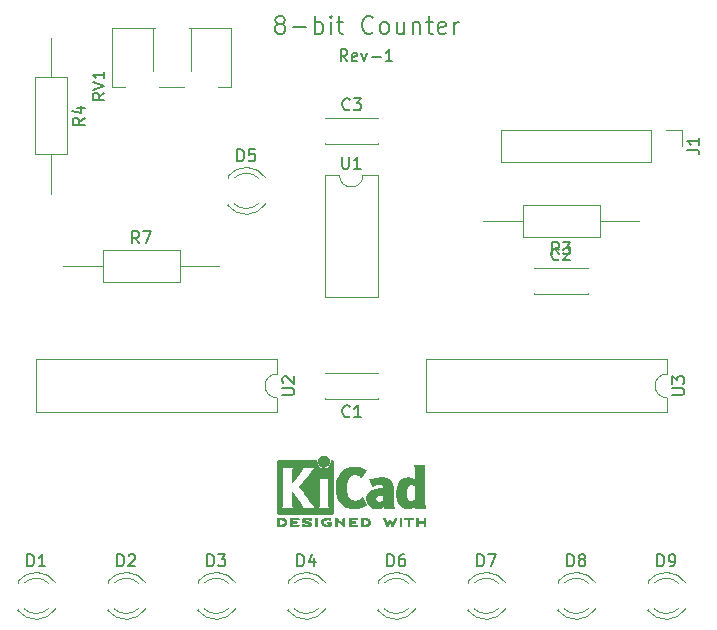
<source format=gbr>
G04 #@! TF.GenerationSoftware,KiCad,Pcbnew,5.1.5*
G04 #@! TF.CreationDate,2020-06-01T19:40:44-04:00*
G04 #@! TF.ProjectId,circuit,63697263-7569-4742-9e6b-696361645f70,rev?*
G04 #@! TF.SameCoordinates,Original*
G04 #@! TF.FileFunction,Legend,Top*
G04 #@! TF.FilePolarity,Positive*
%FSLAX46Y46*%
G04 Gerber Fmt 4.6, Leading zero omitted, Abs format (unit mm)*
G04 Created by KiCad (PCBNEW 5.1.5) date 2020-06-01 19:40:44*
%MOMM*%
%LPD*%
G04 APERTURE LIST*
%ADD10C,0.150000*%
%ADD11C,0.010000*%
%ADD12C,0.120000*%
G04 APERTURE END LIST*
D10*
X115244761Y-72842380D02*
X114911428Y-72366190D01*
X114673333Y-72842380D02*
X114673333Y-71842380D01*
X115054285Y-71842380D01*
X115149523Y-71890000D01*
X115197142Y-71937619D01*
X115244761Y-72032857D01*
X115244761Y-72175714D01*
X115197142Y-72270952D01*
X115149523Y-72318571D01*
X115054285Y-72366190D01*
X114673333Y-72366190D01*
X116054285Y-72794761D02*
X115959047Y-72842380D01*
X115768571Y-72842380D01*
X115673333Y-72794761D01*
X115625714Y-72699523D01*
X115625714Y-72318571D01*
X115673333Y-72223333D01*
X115768571Y-72175714D01*
X115959047Y-72175714D01*
X116054285Y-72223333D01*
X116101904Y-72318571D01*
X116101904Y-72413809D01*
X115625714Y-72509047D01*
X116435238Y-72175714D02*
X116673333Y-72842380D01*
X116911428Y-72175714D01*
X117292380Y-72461428D02*
X118054285Y-72461428D01*
X119054285Y-72842380D02*
X118482857Y-72842380D01*
X118768571Y-72842380D02*
X118768571Y-71842380D01*
X118673333Y-71985238D01*
X118578095Y-72080476D01*
X118482857Y-72128095D01*
X109411428Y-69671428D02*
X109268571Y-69600000D01*
X109197142Y-69528571D01*
X109125714Y-69385714D01*
X109125714Y-69314285D01*
X109197142Y-69171428D01*
X109268571Y-69100000D01*
X109411428Y-69028571D01*
X109697142Y-69028571D01*
X109840000Y-69100000D01*
X109911428Y-69171428D01*
X109982857Y-69314285D01*
X109982857Y-69385714D01*
X109911428Y-69528571D01*
X109840000Y-69600000D01*
X109697142Y-69671428D01*
X109411428Y-69671428D01*
X109268571Y-69742857D01*
X109197142Y-69814285D01*
X109125714Y-69957142D01*
X109125714Y-70242857D01*
X109197142Y-70385714D01*
X109268571Y-70457142D01*
X109411428Y-70528571D01*
X109697142Y-70528571D01*
X109840000Y-70457142D01*
X109911428Y-70385714D01*
X109982857Y-70242857D01*
X109982857Y-69957142D01*
X109911428Y-69814285D01*
X109840000Y-69742857D01*
X109697142Y-69671428D01*
X110625714Y-69957142D02*
X111768571Y-69957142D01*
X112482857Y-70528571D02*
X112482857Y-69028571D01*
X112482857Y-69600000D02*
X112625714Y-69528571D01*
X112911428Y-69528571D01*
X113054285Y-69600000D01*
X113125714Y-69671428D01*
X113197142Y-69814285D01*
X113197142Y-70242857D01*
X113125714Y-70385714D01*
X113054285Y-70457142D01*
X112911428Y-70528571D01*
X112625714Y-70528571D01*
X112482857Y-70457142D01*
X113840000Y-70528571D02*
X113840000Y-69528571D01*
X113840000Y-69028571D02*
X113768571Y-69100000D01*
X113840000Y-69171428D01*
X113911428Y-69100000D01*
X113840000Y-69028571D01*
X113840000Y-69171428D01*
X114340000Y-69528571D02*
X114911428Y-69528571D01*
X114554285Y-69028571D02*
X114554285Y-70314285D01*
X114625714Y-70457142D01*
X114768571Y-70528571D01*
X114911428Y-70528571D01*
X117411428Y-70385714D02*
X117340000Y-70457142D01*
X117125714Y-70528571D01*
X116982857Y-70528571D01*
X116768571Y-70457142D01*
X116625714Y-70314285D01*
X116554285Y-70171428D01*
X116482857Y-69885714D01*
X116482857Y-69671428D01*
X116554285Y-69385714D01*
X116625714Y-69242857D01*
X116768571Y-69100000D01*
X116982857Y-69028571D01*
X117125714Y-69028571D01*
X117340000Y-69100000D01*
X117411428Y-69171428D01*
X118268571Y-70528571D02*
X118125714Y-70457142D01*
X118054285Y-70385714D01*
X117982857Y-70242857D01*
X117982857Y-69814285D01*
X118054285Y-69671428D01*
X118125714Y-69600000D01*
X118268571Y-69528571D01*
X118482857Y-69528571D01*
X118625714Y-69600000D01*
X118697142Y-69671428D01*
X118768571Y-69814285D01*
X118768571Y-70242857D01*
X118697142Y-70385714D01*
X118625714Y-70457142D01*
X118482857Y-70528571D01*
X118268571Y-70528571D01*
X120054285Y-69528571D02*
X120054285Y-70528571D01*
X119411428Y-69528571D02*
X119411428Y-70314285D01*
X119482857Y-70457142D01*
X119625714Y-70528571D01*
X119840000Y-70528571D01*
X119982857Y-70457142D01*
X120054285Y-70385714D01*
X120768571Y-69528571D02*
X120768571Y-70528571D01*
X120768571Y-69671428D02*
X120840000Y-69600000D01*
X120982857Y-69528571D01*
X121197142Y-69528571D01*
X121340000Y-69600000D01*
X121411428Y-69742857D01*
X121411428Y-70528571D01*
X121911428Y-69528571D02*
X122482857Y-69528571D01*
X122125714Y-69028571D02*
X122125714Y-70314285D01*
X122197142Y-70457142D01*
X122340000Y-70528571D01*
X122482857Y-70528571D01*
X123554285Y-70457142D02*
X123411428Y-70528571D01*
X123125714Y-70528571D01*
X122982857Y-70457142D01*
X122911428Y-70314285D01*
X122911428Y-69742857D01*
X122982857Y-69600000D01*
X123125714Y-69528571D01*
X123411428Y-69528571D01*
X123554285Y-69600000D01*
X123625714Y-69742857D01*
X123625714Y-69885714D01*
X122911428Y-70028571D01*
X124268571Y-70528571D02*
X124268571Y-69528571D01*
X124268571Y-69814285D02*
X124340000Y-69671428D01*
X124411428Y-69600000D01*
X124554285Y-69528571D01*
X124697142Y-69528571D01*
D11*
G36*
X121798823Y-111494533D02*
G01*
X121830202Y-111516776D01*
X121857911Y-111544485D01*
X121857911Y-111853920D01*
X121857838Y-111945799D01*
X121857495Y-112017840D01*
X121856692Y-112072780D01*
X121855241Y-112113360D01*
X121852952Y-112142317D01*
X121849636Y-112162391D01*
X121845105Y-112176321D01*
X121839169Y-112186845D01*
X121834514Y-112193100D01*
X121803783Y-112217673D01*
X121768496Y-112220341D01*
X121736245Y-112205271D01*
X121725588Y-112196374D01*
X121718464Y-112184557D01*
X121714167Y-112165526D01*
X121711991Y-112134992D01*
X121711228Y-112088662D01*
X121711155Y-112052871D01*
X121711155Y-111918045D01*
X121214444Y-111918045D01*
X121214444Y-112040700D01*
X121213931Y-112096787D01*
X121211876Y-112135333D01*
X121207508Y-112161361D01*
X121200056Y-112179897D01*
X121191047Y-112193100D01*
X121160144Y-112217604D01*
X121125196Y-112220506D01*
X121091738Y-112203089D01*
X121082604Y-112193959D01*
X121076152Y-112181855D01*
X121071897Y-112163001D01*
X121069352Y-112133620D01*
X121068029Y-112089937D01*
X121067443Y-112028175D01*
X121067375Y-112014000D01*
X121066891Y-111897631D01*
X121066641Y-111801727D01*
X121066723Y-111724177D01*
X121067231Y-111662869D01*
X121068262Y-111615690D01*
X121069913Y-111580530D01*
X121072279Y-111555276D01*
X121075457Y-111537817D01*
X121079544Y-111526041D01*
X121084634Y-111517835D01*
X121090266Y-111511645D01*
X121122128Y-111491844D01*
X121155357Y-111494533D01*
X121186735Y-111516776D01*
X121199433Y-111531126D01*
X121207526Y-111546978D01*
X121212042Y-111569554D01*
X121214006Y-111604078D01*
X121214444Y-111655776D01*
X121214444Y-111771289D01*
X121711155Y-111771289D01*
X121711155Y-111652756D01*
X121711662Y-111598148D01*
X121713698Y-111561275D01*
X121718035Y-111537307D01*
X121725447Y-111521415D01*
X121733733Y-111511645D01*
X121765594Y-111491844D01*
X121798823Y-111494533D01*
G37*
X121798823Y-111494533D02*
X121830202Y-111516776D01*
X121857911Y-111544485D01*
X121857911Y-111853920D01*
X121857838Y-111945799D01*
X121857495Y-112017840D01*
X121856692Y-112072780D01*
X121855241Y-112113360D01*
X121852952Y-112142317D01*
X121849636Y-112162391D01*
X121845105Y-112176321D01*
X121839169Y-112186845D01*
X121834514Y-112193100D01*
X121803783Y-112217673D01*
X121768496Y-112220341D01*
X121736245Y-112205271D01*
X121725588Y-112196374D01*
X121718464Y-112184557D01*
X121714167Y-112165526D01*
X121711991Y-112134992D01*
X121711228Y-112088662D01*
X121711155Y-112052871D01*
X121711155Y-111918045D01*
X121214444Y-111918045D01*
X121214444Y-112040700D01*
X121213931Y-112096787D01*
X121211876Y-112135333D01*
X121207508Y-112161361D01*
X121200056Y-112179897D01*
X121191047Y-112193100D01*
X121160144Y-112217604D01*
X121125196Y-112220506D01*
X121091738Y-112203089D01*
X121082604Y-112193959D01*
X121076152Y-112181855D01*
X121071897Y-112163001D01*
X121069352Y-112133620D01*
X121068029Y-112089937D01*
X121067443Y-112028175D01*
X121067375Y-112014000D01*
X121066891Y-111897631D01*
X121066641Y-111801727D01*
X121066723Y-111724177D01*
X121067231Y-111662869D01*
X121068262Y-111615690D01*
X121069913Y-111580530D01*
X121072279Y-111555276D01*
X121075457Y-111537817D01*
X121079544Y-111526041D01*
X121084634Y-111517835D01*
X121090266Y-111511645D01*
X121122128Y-111491844D01*
X121155357Y-111494533D01*
X121186735Y-111516776D01*
X121199433Y-111531126D01*
X121207526Y-111546978D01*
X121212042Y-111569554D01*
X121214006Y-111604078D01*
X121214444Y-111655776D01*
X121214444Y-111771289D01*
X121711155Y-111771289D01*
X121711155Y-111652756D01*
X121711662Y-111598148D01*
X121713698Y-111561275D01*
X121718035Y-111537307D01*
X121725447Y-111521415D01*
X121733733Y-111511645D01*
X121765594Y-111491844D01*
X121798823Y-111494533D01*
G36*
X120533065Y-111489163D02*
G01*
X120611772Y-111489542D01*
X120672863Y-111490333D01*
X120718817Y-111491670D01*
X120752114Y-111493683D01*
X120775236Y-111496506D01*
X120790662Y-111500269D01*
X120800871Y-111505105D01*
X120805813Y-111508822D01*
X120831457Y-111541358D01*
X120834559Y-111575138D01*
X120818711Y-111605826D01*
X120808348Y-111618089D01*
X120797196Y-111626450D01*
X120781035Y-111631657D01*
X120755642Y-111634457D01*
X120716798Y-111635596D01*
X120660280Y-111635821D01*
X120649180Y-111635822D01*
X120503244Y-111635822D01*
X120503244Y-111906756D01*
X120503148Y-111992154D01*
X120502711Y-112057864D01*
X120501712Y-112106774D01*
X120499928Y-112141773D01*
X120497137Y-112165749D01*
X120493117Y-112181593D01*
X120487645Y-112192191D01*
X120480666Y-112200267D01*
X120447734Y-112220112D01*
X120413354Y-112218548D01*
X120382176Y-112195906D01*
X120379886Y-112193100D01*
X120372429Y-112182492D01*
X120366747Y-112170081D01*
X120362601Y-112152850D01*
X120359750Y-112127784D01*
X120357954Y-112091867D01*
X120356972Y-112042083D01*
X120356564Y-111975417D01*
X120356489Y-111899589D01*
X120356489Y-111635822D01*
X120217127Y-111635822D01*
X120157322Y-111635418D01*
X120115918Y-111633840D01*
X120088748Y-111630547D01*
X120071646Y-111624992D01*
X120060443Y-111616631D01*
X120059083Y-111615178D01*
X120042725Y-111581939D01*
X120044172Y-111544362D01*
X120062978Y-111511645D01*
X120070250Y-111505298D01*
X120079627Y-111500266D01*
X120093609Y-111496396D01*
X120114696Y-111493537D01*
X120145389Y-111491535D01*
X120188189Y-111490239D01*
X120245595Y-111489498D01*
X120320110Y-111489158D01*
X120414233Y-111489068D01*
X120434260Y-111489067D01*
X120533065Y-111489163D01*
G37*
X120533065Y-111489163D02*
X120611772Y-111489542D01*
X120672863Y-111490333D01*
X120718817Y-111491670D01*
X120752114Y-111493683D01*
X120775236Y-111496506D01*
X120790662Y-111500269D01*
X120800871Y-111505105D01*
X120805813Y-111508822D01*
X120831457Y-111541358D01*
X120834559Y-111575138D01*
X120818711Y-111605826D01*
X120808348Y-111618089D01*
X120797196Y-111626450D01*
X120781035Y-111631657D01*
X120755642Y-111634457D01*
X120716798Y-111635596D01*
X120660280Y-111635821D01*
X120649180Y-111635822D01*
X120503244Y-111635822D01*
X120503244Y-111906756D01*
X120503148Y-111992154D01*
X120502711Y-112057864D01*
X120501712Y-112106774D01*
X120499928Y-112141773D01*
X120497137Y-112165749D01*
X120493117Y-112181593D01*
X120487645Y-112192191D01*
X120480666Y-112200267D01*
X120447734Y-112220112D01*
X120413354Y-112218548D01*
X120382176Y-112195906D01*
X120379886Y-112193100D01*
X120372429Y-112182492D01*
X120366747Y-112170081D01*
X120362601Y-112152850D01*
X120359750Y-112127784D01*
X120357954Y-112091867D01*
X120356972Y-112042083D01*
X120356564Y-111975417D01*
X120356489Y-111899589D01*
X120356489Y-111635822D01*
X120217127Y-111635822D01*
X120157322Y-111635418D01*
X120115918Y-111633840D01*
X120088748Y-111630547D01*
X120071646Y-111624992D01*
X120060443Y-111616631D01*
X120059083Y-111615178D01*
X120042725Y-111581939D01*
X120044172Y-111544362D01*
X120062978Y-111511645D01*
X120070250Y-111505298D01*
X120079627Y-111500266D01*
X120093609Y-111496396D01*
X120114696Y-111493537D01*
X120145389Y-111491535D01*
X120188189Y-111490239D01*
X120245595Y-111489498D01*
X120320110Y-111489158D01*
X120414233Y-111489068D01*
X120434260Y-111489067D01*
X120533065Y-111489163D01*
G36*
X119758614Y-111495877D02*
G01*
X119782327Y-111510647D01*
X119808978Y-111532227D01*
X119808978Y-111853773D01*
X119808893Y-111947830D01*
X119808529Y-112021932D01*
X119807724Y-112078704D01*
X119806313Y-112120768D01*
X119804133Y-112150748D01*
X119801021Y-112171267D01*
X119796814Y-112184949D01*
X119791348Y-112194416D01*
X119787472Y-112199082D01*
X119756034Y-112219575D01*
X119720233Y-112218739D01*
X119688873Y-112201264D01*
X119662222Y-112179684D01*
X119662222Y-111532227D01*
X119688873Y-111510647D01*
X119714594Y-111494949D01*
X119735600Y-111489067D01*
X119758614Y-111495877D01*
G37*
X119758614Y-111495877D02*
X119782327Y-111510647D01*
X119808978Y-111532227D01*
X119808978Y-111853773D01*
X119808893Y-111947830D01*
X119808529Y-112021932D01*
X119807724Y-112078704D01*
X119806313Y-112120768D01*
X119804133Y-112150748D01*
X119801021Y-112171267D01*
X119796814Y-112184949D01*
X119791348Y-112194416D01*
X119787472Y-112199082D01*
X119756034Y-112219575D01*
X119720233Y-112218739D01*
X119688873Y-112201264D01*
X119662222Y-112179684D01*
X119662222Y-111532227D01*
X119688873Y-111510647D01*
X119714594Y-111494949D01*
X119735600Y-111489067D01*
X119758614Y-111495877D01*
G36*
X119314665Y-111491034D02*
G01*
X119334255Y-111498035D01*
X119335010Y-111498377D01*
X119361613Y-111518678D01*
X119376270Y-111539561D01*
X119379138Y-111549352D01*
X119378996Y-111562361D01*
X119374961Y-111580895D01*
X119366146Y-111607257D01*
X119351669Y-111643752D01*
X119330645Y-111692687D01*
X119302188Y-111756365D01*
X119265415Y-111837093D01*
X119245175Y-111881216D01*
X119208625Y-111959985D01*
X119174315Y-112032423D01*
X119143552Y-112095880D01*
X119117648Y-112147708D01*
X119097910Y-112185259D01*
X119085650Y-112205884D01*
X119083224Y-112208733D01*
X119052183Y-112221302D01*
X119017121Y-112219619D01*
X118989000Y-112204332D01*
X118987854Y-112203089D01*
X118976668Y-112186154D01*
X118957904Y-112153170D01*
X118933875Y-112108380D01*
X118906897Y-112056032D01*
X118897201Y-112036742D01*
X118824014Y-111890150D01*
X118744240Y-112049393D01*
X118715767Y-112104415D01*
X118689350Y-112152132D01*
X118667148Y-112188893D01*
X118651319Y-112211044D01*
X118645954Y-112215741D01*
X118604257Y-112222102D01*
X118569849Y-112208733D01*
X118559728Y-112194446D01*
X118542214Y-112162692D01*
X118518735Y-112116597D01*
X118490720Y-112059285D01*
X118459599Y-111993880D01*
X118426799Y-111923507D01*
X118393750Y-111851291D01*
X118361881Y-111780355D01*
X118332619Y-111713825D01*
X118307395Y-111654826D01*
X118287636Y-111606481D01*
X118274772Y-111571915D01*
X118270231Y-111554253D01*
X118270277Y-111553613D01*
X118281326Y-111531388D01*
X118303410Y-111508753D01*
X118304710Y-111507768D01*
X118331853Y-111492425D01*
X118356958Y-111492574D01*
X118366368Y-111495466D01*
X118377834Y-111501718D01*
X118390010Y-111514014D01*
X118404357Y-111534908D01*
X118422336Y-111566949D01*
X118445407Y-111612688D01*
X118475030Y-111674677D01*
X118501745Y-111731898D01*
X118532480Y-111798226D01*
X118560021Y-111857874D01*
X118582938Y-111907725D01*
X118599798Y-111944664D01*
X118609173Y-111965573D01*
X118610540Y-111968845D01*
X118616689Y-111963497D01*
X118630822Y-111941109D01*
X118651057Y-111904946D01*
X118675515Y-111858277D01*
X118685248Y-111839022D01*
X118718217Y-111774004D01*
X118743643Y-111726654D01*
X118763612Y-111694219D01*
X118780210Y-111673946D01*
X118795524Y-111663082D01*
X118811640Y-111658875D01*
X118822143Y-111658400D01*
X118840670Y-111660042D01*
X118856904Y-111666831D01*
X118873035Y-111681566D01*
X118891251Y-111707044D01*
X118913739Y-111746061D01*
X118942689Y-111801414D01*
X118958662Y-111832903D01*
X118984570Y-111883087D01*
X119007167Y-111924704D01*
X119024458Y-111954242D01*
X119034450Y-111968189D01*
X119035809Y-111968770D01*
X119042261Y-111957793D01*
X119056708Y-111929290D01*
X119077703Y-111886244D01*
X119103797Y-111831638D01*
X119133546Y-111768454D01*
X119148180Y-111737071D01*
X119186250Y-111656078D01*
X119216905Y-111593756D01*
X119241737Y-111548071D01*
X119262337Y-111516989D01*
X119280298Y-111498478D01*
X119297210Y-111490504D01*
X119314665Y-111491034D01*
G37*
X119314665Y-111491034D02*
X119334255Y-111498035D01*
X119335010Y-111498377D01*
X119361613Y-111518678D01*
X119376270Y-111539561D01*
X119379138Y-111549352D01*
X119378996Y-111562361D01*
X119374961Y-111580895D01*
X119366146Y-111607257D01*
X119351669Y-111643752D01*
X119330645Y-111692687D01*
X119302188Y-111756365D01*
X119265415Y-111837093D01*
X119245175Y-111881216D01*
X119208625Y-111959985D01*
X119174315Y-112032423D01*
X119143552Y-112095880D01*
X119117648Y-112147708D01*
X119097910Y-112185259D01*
X119085650Y-112205884D01*
X119083224Y-112208733D01*
X119052183Y-112221302D01*
X119017121Y-112219619D01*
X118989000Y-112204332D01*
X118987854Y-112203089D01*
X118976668Y-112186154D01*
X118957904Y-112153170D01*
X118933875Y-112108380D01*
X118906897Y-112056032D01*
X118897201Y-112036742D01*
X118824014Y-111890150D01*
X118744240Y-112049393D01*
X118715767Y-112104415D01*
X118689350Y-112152132D01*
X118667148Y-112188893D01*
X118651319Y-112211044D01*
X118645954Y-112215741D01*
X118604257Y-112222102D01*
X118569849Y-112208733D01*
X118559728Y-112194446D01*
X118542214Y-112162692D01*
X118518735Y-112116597D01*
X118490720Y-112059285D01*
X118459599Y-111993880D01*
X118426799Y-111923507D01*
X118393750Y-111851291D01*
X118361881Y-111780355D01*
X118332619Y-111713825D01*
X118307395Y-111654826D01*
X118287636Y-111606481D01*
X118274772Y-111571915D01*
X118270231Y-111554253D01*
X118270277Y-111553613D01*
X118281326Y-111531388D01*
X118303410Y-111508753D01*
X118304710Y-111507768D01*
X118331853Y-111492425D01*
X118356958Y-111492574D01*
X118366368Y-111495466D01*
X118377834Y-111501718D01*
X118390010Y-111514014D01*
X118404357Y-111534908D01*
X118422336Y-111566949D01*
X118445407Y-111612688D01*
X118475030Y-111674677D01*
X118501745Y-111731898D01*
X118532480Y-111798226D01*
X118560021Y-111857874D01*
X118582938Y-111907725D01*
X118599798Y-111944664D01*
X118609173Y-111965573D01*
X118610540Y-111968845D01*
X118616689Y-111963497D01*
X118630822Y-111941109D01*
X118651057Y-111904946D01*
X118675515Y-111858277D01*
X118685248Y-111839022D01*
X118718217Y-111774004D01*
X118743643Y-111726654D01*
X118763612Y-111694219D01*
X118780210Y-111673946D01*
X118795524Y-111663082D01*
X118811640Y-111658875D01*
X118822143Y-111658400D01*
X118840670Y-111660042D01*
X118856904Y-111666831D01*
X118873035Y-111681566D01*
X118891251Y-111707044D01*
X118913739Y-111746061D01*
X118942689Y-111801414D01*
X118958662Y-111832903D01*
X118984570Y-111883087D01*
X119007167Y-111924704D01*
X119024458Y-111954242D01*
X119034450Y-111968189D01*
X119035809Y-111968770D01*
X119042261Y-111957793D01*
X119056708Y-111929290D01*
X119077703Y-111886244D01*
X119103797Y-111831638D01*
X119133546Y-111768454D01*
X119148180Y-111737071D01*
X119186250Y-111656078D01*
X119216905Y-111593756D01*
X119241737Y-111548071D01*
X119262337Y-111516989D01*
X119280298Y-111498478D01*
X119297210Y-111490504D01*
X119314665Y-111491034D01*
G36*
X116588309Y-111489275D02*
G01*
X116717288Y-111493636D01*
X116826991Y-111506861D01*
X116919226Y-111529741D01*
X116995802Y-111563070D01*
X117058527Y-111607638D01*
X117109212Y-111664236D01*
X117149663Y-111733658D01*
X117150459Y-111735351D01*
X117174601Y-111797483D01*
X117183203Y-111852509D01*
X117176231Y-111907887D01*
X117153654Y-111971073D01*
X117149372Y-111980689D01*
X117120172Y-112036966D01*
X117087356Y-112080451D01*
X117045002Y-112117417D01*
X116987190Y-112154135D01*
X116983831Y-112156052D01*
X116933504Y-112180227D01*
X116876621Y-112198282D01*
X116809527Y-112210839D01*
X116728565Y-112218522D01*
X116630082Y-112221953D01*
X116595286Y-112222251D01*
X116429594Y-112222845D01*
X116406197Y-112193100D01*
X116399257Y-112183319D01*
X116393842Y-112171897D01*
X116389765Y-112156095D01*
X116386837Y-112133175D01*
X116384867Y-112100396D01*
X116384225Y-112076089D01*
X116540844Y-112076089D01*
X116634726Y-112076089D01*
X116689664Y-112074483D01*
X116746060Y-112070255D01*
X116792345Y-112064292D01*
X116795139Y-112063790D01*
X116877348Y-112041736D01*
X116941114Y-112008600D01*
X116988452Y-111962847D01*
X117021382Y-111902939D01*
X117027108Y-111887061D01*
X117032721Y-111862333D01*
X117030291Y-111837902D01*
X117018467Y-111805400D01*
X117011340Y-111789434D01*
X116988000Y-111747006D01*
X116959880Y-111717240D01*
X116928940Y-111696511D01*
X116866966Y-111669537D01*
X116787651Y-111649998D01*
X116695253Y-111638746D01*
X116628333Y-111636270D01*
X116540844Y-111635822D01*
X116540844Y-112076089D01*
X116384225Y-112076089D01*
X116383668Y-112055021D01*
X116383050Y-111994311D01*
X116382825Y-111915526D01*
X116382800Y-111853920D01*
X116382800Y-111544485D01*
X116410509Y-111516776D01*
X116422806Y-111505544D01*
X116436103Y-111497853D01*
X116454672Y-111493040D01*
X116482786Y-111490446D01*
X116524717Y-111489410D01*
X116584737Y-111489270D01*
X116588309Y-111489275D01*
G37*
X116588309Y-111489275D02*
X116717288Y-111493636D01*
X116826991Y-111506861D01*
X116919226Y-111529741D01*
X116995802Y-111563070D01*
X117058527Y-111607638D01*
X117109212Y-111664236D01*
X117149663Y-111733658D01*
X117150459Y-111735351D01*
X117174601Y-111797483D01*
X117183203Y-111852509D01*
X117176231Y-111907887D01*
X117153654Y-111971073D01*
X117149372Y-111980689D01*
X117120172Y-112036966D01*
X117087356Y-112080451D01*
X117045002Y-112117417D01*
X116987190Y-112154135D01*
X116983831Y-112156052D01*
X116933504Y-112180227D01*
X116876621Y-112198282D01*
X116809527Y-112210839D01*
X116728565Y-112218522D01*
X116630082Y-112221953D01*
X116595286Y-112222251D01*
X116429594Y-112222845D01*
X116406197Y-112193100D01*
X116399257Y-112183319D01*
X116393842Y-112171897D01*
X116389765Y-112156095D01*
X116386837Y-112133175D01*
X116384867Y-112100396D01*
X116384225Y-112076089D01*
X116540844Y-112076089D01*
X116634726Y-112076089D01*
X116689664Y-112074483D01*
X116746060Y-112070255D01*
X116792345Y-112064292D01*
X116795139Y-112063790D01*
X116877348Y-112041736D01*
X116941114Y-112008600D01*
X116988452Y-111962847D01*
X117021382Y-111902939D01*
X117027108Y-111887061D01*
X117032721Y-111862333D01*
X117030291Y-111837902D01*
X117018467Y-111805400D01*
X117011340Y-111789434D01*
X116988000Y-111747006D01*
X116959880Y-111717240D01*
X116928940Y-111696511D01*
X116866966Y-111669537D01*
X116787651Y-111649998D01*
X116695253Y-111638746D01*
X116628333Y-111636270D01*
X116540844Y-111635822D01*
X116540844Y-112076089D01*
X116384225Y-112076089D01*
X116383668Y-112055021D01*
X116383050Y-111994311D01*
X116382825Y-111915526D01*
X116382800Y-111853920D01*
X116382800Y-111544485D01*
X116410509Y-111516776D01*
X116422806Y-111505544D01*
X116436103Y-111497853D01*
X116454672Y-111493040D01*
X116482786Y-111490446D01*
X116524717Y-111489410D01*
X116584737Y-111489270D01*
X116588309Y-111489275D01*
G36*
X115800343Y-111489260D02*
G01*
X115876701Y-111490174D01*
X115935217Y-111492311D01*
X115978255Y-111496175D01*
X116008183Y-111502267D01*
X116027368Y-111511090D01*
X116038176Y-111523146D01*
X116042973Y-111538939D01*
X116044127Y-111558970D01*
X116044133Y-111561335D01*
X116043131Y-111583992D01*
X116038396Y-111601503D01*
X116027333Y-111614574D01*
X116007348Y-111623913D01*
X115975846Y-111630227D01*
X115930232Y-111634222D01*
X115867913Y-111636606D01*
X115786293Y-111638086D01*
X115761277Y-111638414D01*
X115519200Y-111641467D01*
X115515814Y-111706378D01*
X115512429Y-111771289D01*
X115680576Y-111771289D01*
X115746266Y-111771531D01*
X115793172Y-111772556D01*
X115825083Y-111774811D01*
X115845791Y-111778742D01*
X115859084Y-111784798D01*
X115868755Y-111793424D01*
X115868817Y-111793493D01*
X115886356Y-111827112D01*
X115885722Y-111863448D01*
X115867314Y-111894423D01*
X115863671Y-111897607D01*
X115850741Y-111905812D01*
X115833024Y-111911521D01*
X115806570Y-111915162D01*
X115767432Y-111917167D01*
X115711662Y-111917964D01*
X115675994Y-111918045D01*
X115513555Y-111918045D01*
X115513555Y-112076089D01*
X115760161Y-112076089D01*
X115841580Y-112076231D01*
X115903410Y-112076814D01*
X115948637Y-112078068D01*
X115980248Y-112080227D01*
X116001231Y-112083523D01*
X116014573Y-112088189D01*
X116023261Y-112094457D01*
X116025450Y-112096733D01*
X116041614Y-112128280D01*
X116042797Y-112164168D01*
X116029536Y-112195285D01*
X116019043Y-112205271D01*
X116008129Y-112210769D01*
X115991217Y-112215022D01*
X115965633Y-112218180D01*
X115928701Y-112220392D01*
X115877746Y-112221806D01*
X115810094Y-112222572D01*
X115723069Y-112222838D01*
X115703394Y-112222845D01*
X115614911Y-112222787D01*
X115546227Y-112222467D01*
X115494564Y-112221667D01*
X115457145Y-112220167D01*
X115431190Y-112217749D01*
X115413922Y-112214194D01*
X115402562Y-112209282D01*
X115394332Y-112202795D01*
X115389817Y-112198138D01*
X115383021Y-112189889D01*
X115377712Y-112179669D01*
X115373706Y-112164800D01*
X115370821Y-112142602D01*
X115368874Y-112110393D01*
X115367681Y-112065496D01*
X115367061Y-112005228D01*
X115366829Y-111926911D01*
X115366800Y-111860994D01*
X115366871Y-111768628D01*
X115367208Y-111696117D01*
X115367998Y-111640737D01*
X115369426Y-111599765D01*
X115371679Y-111570478D01*
X115374943Y-111550153D01*
X115379404Y-111536066D01*
X115385248Y-111525495D01*
X115390197Y-111518811D01*
X115413594Y-111489067D01*
X115703774Y-111489067D01*
X115800343Y-111489260D01*
G37*
X115800343Y-111489260D02*
X115876701Y-111490174D01*
X115935217Y-111492311D01*
X115978255Y-111496175D01*
X116008183Y-111502267D01*
X116027368Y-111511090D01*
X116038176Y-111523146D01*
X116042973Y-111538939D01*
X116044127Y-111558970D01*
X116044133Y-111561335D01*
X116043131Y-111583992D01*
X116038396Y-111601503D01*
X116027333Y-111614574D01*
X116007348Y-111623913D01*
X115975846Y-111630227D01*
X115930232Y-111634222D01*
X115867913Y-111636606D01*
X115786293Y-111638086D01*
X115761277Y-111638414D01*
X115519200Y-111641467D01*
X115515814Y-111706378D01*
X115512429Y-111771289D01*
X115680576Y-111771289D01*
X115746266Y-111771531D01*
X115793172Y-111772556D01*
X115825083Y-111774811D01*
X115845791Y-111778742D01*
X115859084Y-111784798D01*
X115868755Y-111793424D01*
X115868817Y-111793493D01*
X115886356Y-111827112D01*
X115885722Y-111863448D01*
X115867314Y-111894423D01*
X115863671Y-111897607D01*
X115850741Y-111905812D01*
X115833024Y-111911521D01*
X115806570Y-111915162D01*
X115767432Y-111917167D01*
X115711662Y-111917964D01*
X115675994Y-111918045D01*
X115513555Y-111918045D01*
X115513555Y-112076089D01*
X115760161Y-112076089D01*
X115841580Y-112076231D01*
X115903410Y-112076814D01*
X115948637Y-112078068D01*
X115980248Y-112080227D01*
X116001231Y-112083523D01*
X116014573Y-112088189D01*
X116023261Y-112094457D01*
X116025450Y-112096733D01*
X116041614Y-112128280D01*
X116042797Y-112164168D01*
X116029536Y-112195285D01*
X116019043Y-112205271D01*
X116008129Y-112210769D01*
X115991217Y-112215022D01*
X115965633Y-112218180D01*
X115928701Y-112220392D01*
X115877746Y-112221806D01*
X115810094Y-112222572D01*
X115723069Y-112222838D01*
X115703394Y-112222845D01*
X115614911Y-112222787D01*
X115546227Y-112222467D01*
X115494564Y-112221667D01*
X115457145Y-112220167D01*
X115431190Y-112217749D01*
X115413922Y-112214194D01*
X115402562Y-112209282D01*
X115394332Y-112202795D01*
X115389817Y-112198138D01*
X115383021Y-112189889D01*
X115377712Y-112179669D01*
X115373706Y-112164800D01*
X115370821Y-112142602D01*
X115368874Y-112110393D01*
X115367681Y-112065496D01*
X115367061Y-112005228D01*
X115366829Y-111926911D01*
X115366800Y-111860994D01*
X115366871Y-111768628D01*
X115367208Y-111696117D01*
X115367998Y-111640737D01*
X115369426Y-111599765D01*
X115371679Y-111570478D01*
X115374943Y-111550153D01*
X115379404Y-111536066D01*
X115385248Y-111525495D01*
X115390197Y-111518811D01*
X115413594Y-111489067D01*
X115703774Y-111489067D01*
X115800343Y-111489260D01*
G36*
X114269886Y-111493448D02*
G01*
X114293452Y-111507273D01*
X114324265Y-111529881D01*
X114363922Y-111562338D01*
X114414020Y-111605708D01*
X114476157Y-111661058D01*
X114551928Y-111729451D01*
X114638666Y-111808084D01*
X114819289Y-111971878D01*
X114824933Y-111752029D01*
X114826971Y-111676351D01*
X114828937Y-111619994D01*
X114831266Y-111579706D01*
X114834394Y-111552235D01*
X114838755Y-111534329D01*
X114844784Y-111522737D01*
X114852916Y-111514208D01*
X114857228Y-111510623D01*
X114891759Y-111491670D01*
X114924617Y-111494441D01*
X114950682Y-111510633D01*
X114977333Y-111532199D01*
X114980648Y-111847151D01*
X114981565Y-111939779D01*
X114982032Y-112012544D01*
X114981887Y-112068161D01*
X114980968Y-112109342D01*
X114979113Y-112138803D01*
X114976161Y-112159255D01*
X114971950Y-112173413D01*
X114966318Y-112183991D01*
X114960073Y-112192474D01*
X114946561Y-112208207D01*
X114933117Y-112218636D01*
X114917876Y-112222639D01*
X114898974Y-112219094D01*
X114874545Y-112206879D01*
X114842727Y-112184871D01*
X114801652Y-112151949D01*
X114749458Y-112106991D01*
X114684278Y-112048875D01*
X114610444Y-111982099D01*
X114345155Y-111741458D01*
X114339511Y-111960589D01*
X114337469Y-112036128D01*
X114335498Y-112092354D01*
X114333161Y-112132524D01*
X114330019Y-112159896D01*
X114325636Y-112177728D01*
X114319576Y-112189279D01*
X114311400Y-112197807D01*
X114307216Y-112201282D01*
X114270235Y-112220372D01*
X114235292Y-112217493D01*
X114204864Y-112193100D01*
X114197903Y-112183286D01*
X114192477Y-112171826D01*
X114188397Y-112155968D01*
X114185471Y-112132963D01*
X114183508Y-112100062D01*
X114182317Y-112054516D01*
X114181708Y-111993573D01*
X114181489Y-111914486D01*
X114181466Y-111855956D01*
X114181540Y-111764407D01*
X114181887Y-111692687D01*
X114182699Y-111638045D01*
X114184167Y-111597732D01*
X114186481Y-111568998D01*
X114189833Y-111549093D01*
X114194412Y-111535268D01*
X114200411Y-111524772D01*
X114204864Y-111518811D01*
X114216150Y-111504691D01*
X114226699Y-111494029D01*
X114238107Y-111487892D01*
X114251970Y-111487343D01*
X114269886Y-111493448D01*
G37*
X114269886Y-111493448D02*
X114293452Y-111507273D01*
X114324265Y-111529881D01*
X114363922Y-111562338D01*
X114414020Y-111605708D01*
X114476157Y-111661058D01*
X114551928Y-111729451D01*
X114638666Y-111808084D01*
X114819289Y-111971878D01*
X114824933Y-111752029D01*
X114826971Y-111676351D01*
X114828937Y-111619994D01*
X114831266Y-111579706D01*
X114834394Y-111552235D01*
X114838755Y-111534329D01*
X114844784Y-111522737D01*
X114852916Y-111514208D01*
X114857228Y-111510623D01*
X114891759Y-111491670D01*
X114924617Y-111494441D01*
X114950682Y-111510633D01*
X114977333Y-111532199D01*
X114980648Y-111847151D01*
X114981565Y-111939779D01*
X114982032Y-112012544D01*
X114981887Y-112068161D01*
X114980968Y-112109342D01*
X114979113Y-112138803D01*
X114976161Y-112159255D01*
X114971950Y-112173413D01*
X114966318Y-112183991D01*
X114960073Y-112192474D01*
X114946561Y-112208207D01*
X114933117Y-112218636D01*
X114917876Y-112222639D01*
X114898974Y-112219094D01*
X114874545Y-112206879D01*
X114842727Y-112184871D01*
X114801652Y-112151949D01*
X114749458Y-112106991D01*
X114684278Y-112048875D01*
X114610444Y-111982099D01*
X114345155Y-111741458D01*
X114339511Y-111960589D01*
X114337469Y-112036128D01*
X114335498Y-112092354D01*
X114333161Y-112132524D01*
X114330019Y-112159896D01*
X114325636Y-112177728D01*
X114319576Y-112189279D01*
X114311400Y-112197807D01*
X114307216Y-112201282D01*
X114270235Y-112220372D01*
X114235292Y-112217493D01*
X114204864Y-112193100D01*
X114197903Y-112183286D01*
X114192477Y-112171826D01*
X114188397Y-112155968D01*
X114185471Y-112132963D01*
X114183508Y-112100062D01*
X114182317Y-112054516D01*
X114181708Y-111993573D01*
X114181489Y-111914486D01*
X114181466Y-111855956D01*
X114181540Y-111764407D01*
X114181887Y-111692687D01*
X114182699Y-111638045D01*
X114184167Y-111597732D01*
X114186481Y-111568998D01*
X114189833Y-111549093D01*
X114194412Y-111535268D01*
X114200411Y-111524772D01*
X114204864Y-111518811D01*
X114216150Y-111504691D01*
X114226699Y-111494029D01*
X114238107Y-111487892D01*
X114251970Y-111487343D01*
X114269886Y-111493448D01*
G36*
X113619919Y-111494599D02*
G01*
X113688435Y-111506095D01*
X113741057Y-111523967D01*
X113775292Y-111547499D01*
X113784621Y-111560924D01*
X113794107Y-111592148D01*
X113787723Y-111620395D01*
X113767570Y-111647182D01*
X113736255Y-111659713D01*
X113690817Y-111658696D01*
X113655674Y-111651906D01*
X113577581Y-111638971D01*
X113497774Y-111637742D01*
X113408445Y-111648241D01*
X113383771Y-111652690D01*
X113300709Y-111676108D01*
X113235727Y-111710945D01*
X113189539Y-111756604D01*
X113162855Y-111812494D01*
X113157337Y-111841388D01*
X113160949Y-111900012D01*
X113184271Y-111951879D01*
X113225176Y-111995978D01*
X113281541Y-112031299D01*
X113351240Y-112056829D01*
X113432148Y-112071559D01*
X113522140Y-112074478D01*
X113619090Y-112064575D01*
X113624564Y-112063641D01*
X113663125Y-112056459D01*
X113684506Y-112049521D01*
X113693773Y-112039227D01*
X113695994Y-112021976D01*
X113696044Y-112012841D01*
X113696044Y-111974489D01*
X113627569Y-111974489D01*
X113567100Y-111970347D01*
X113525835Y-111957147D01*
X113501825Y-111933730D01*
X113493123Y-111898936D01*
X113493017Y-111894394D01*
X113498108Y-111864654D01*
X113515567Y-111843419D01*
X113548061Y-111829366D01*
X113598257Y-111821173D01*
X113646877Y-111818161D01*
X113717544Y-111816433D01*
X113768802Y-111819070D01*
X113803761Y-111828800D01*
X113825530Y-111848353D01*
X113837220Y-111880456D01*
X113841940Y-111927838D01*
X113842800Y-111990071D01*
X113841391Y-112059535D01*
X113837152Y-112106786D01*
X113830064Y-112132012D01*
X113828689Y-112133988D01*
X113789772Y-112165508D01*
X113732714Y-112190470D01*
X113661131Y-112208340D01*
X113578642Y-112218586D01*
X113488861Y-112220673D01*
X113395408Y-112214068D01*
X113340444Y-112205956D01*
X113254234Y-112181554D01*
X113174108Y-112141662D01*
X113107023Y-112089887D01*
X113096827Y-112079539D01*
X113063698Y-112036035D01*
X113033806Y-111982118D01*
X113010643Y-111925592D01*
X112997702Y-111874259D01*
X112996142Y-111854544D01*
X113002782Y-111813419D01*
X113020432Y-111762252D01*
X113045703Y-111708394D01*
X113075211Y-111659195D01*
X113101281Y-111626334D01*
X113162235Y-111577452D01*
X113241031Y-111538545D01*
X113334843Y-111510494D01*
X113440850Y-111494179D01*
X113538000Y-111490192D01*
X113619919Y-111494599D01*
G37*
X113619919Y-111494599D02*
X113688435Y-111506095D01*
X113741057Y-111523967D01*
X113775292Y-111547499D01*
X113784621Y-111560924D01*
X113794107Y-111592148D01*
X113787723Y-111620395D01*
X113767570Y-111647182D01*
X113736255Y-111659713D01*
X113690817Y-111658696D01*
X113655674Y-111651906D01*
X113577581Y-111638971D01*
X113497774Y-111637742D01*
X113408445Y-111648241D01*
X113383771Y-111652690D01*
X113300709Y-111676108D01*
X113235727Y-111710945D01*
X113189539Y-111756604D01*
X113162855Y-111812494D01*
X113157337Y-111841388D01*
X113160949Y-111900012D01*
X113184271Y-111951879D01*
X113225176Y-111995978D01*
X113281541Y-112031299D01*
X113351240Y-112056829D01*
X113432148Y-112071559D01*
X113522140Y-112074478D01*
X113619090Y-112064575D01*
X113624564Y-112063641D01*
X113663125Y-112056459D01*
X113684506Y-112049521D01*
X113693773Y-112039227D01*
X113695994Y-112021976D01*
X113696044Y-112012841D01*
X113696044Y-111974489D01*
X113627569Y-111974489D01*
X113567100Y-111970347D01*
X113525835Y-111957147D01*
X113501825Y-111933730D01*
X113493123Y-111898936D01*
X113493017Y-111894394D01*
X113498108Y-111864654D01*
X113515567Y-111843419D01*
X113548061Y-111829366D01*
X113598257Y-111821173D01*
X113646877Y-111818161D01*
X113717544Y-111816433D01*
X113768802Y-111819070D01*
X113803761Y-111828800D01*
X113825530Y-111848353D01*
X113837220Y-111880456D01*
X113841940Y-111927838D01*
X113842800Y-111990071D01*
X113841391Y-112059535D01*
X113837152Y-112106786D01*
X113830064Y-112132012D01*
X113828689Y-112133988D01*
X113789772Y-112165508D01*
X113732714Y-112190470D01*
X113661131Y-112208340D01*
X113578642Y-112218586D01*
X113488861Y-112220673D01*
X113395408Y-112214068D01*
X113340444Y-112205956D01*
X113254234Y-112181554D01*
X113174108Y-112141662D01*
X113107023Y-112089887D01*
X113096827Y-112079539D01*
X113063698Y-112036035D01*
X113033806Y-111982118D01*
X113010643Y-111925592D01*
X112997702Y-111874259D01*
X112996142Y-111854544D01*
X113002782Y-111813419D01*
X113020432Y-111762252D01*
X113045703Y-111708394D01*
X113075211Y-111659195D01*
X113101281Y-111626334D01*
X113162235Y-111577452D01*
X113241031Y-111538545D01*
X113334843Y-111510494D01*
X113440850Y-111494179D01*
X113538000Y-111490192D01*
X113619919Y-111494599D01*
G36*
X112646178Y-111511645D02*
G01*
X112652758Y-111519218D01*
X112657921Y-111528987D01*
X112661836Y-111543571D01*
X112664676Y-111565585D01*
X112666613Y-111597648D01*
X112667817Y-111642375D01*
X112668461Y-111702385D01*
X112668716Y-111780294D01*
X112668755Y-111855956D01*
X112668686Y-111949802D01*
X112668362Y-112023689D01*
X112667614Y-112080232D01*
X112666268Y-112122049D01*
X112664154Y-112151757D01*
X112661100Y-112171973D01*
X112656934Y-112185314D01*
X112651484Y-112194398D01*
X112646178Y-112200267D01*
X112613174Y-112219947D01*
X112578009Y-112218181D01*
X112546545Y-112196717D01*
X112539316Y-112188337D01*
X112533666Y-112178614D01*
X112529401Y-112164861D01*
X112526327Y-112144389D01*
X112524248Y-112114512D01*
X112522970Y-112072541D01*
X112522299Y-112015789D01*
X112522041Y-111941567D01*
X112522000Y-111857537D01*
X112522000Y-111544485D01*
X112549709Y-111516776D01*
X112583863Y-111493463D01*
X112616994Y-111492623D01*
X112646178Y-111511645D01*
G37*
X112646178Y-111511645D02*
X112652758Y-111519218D01*
X112657921Y-111528987D01*
X112661836Y-111543571D01*
X112664676Y-111565585D01*
X112666613Y-111597648D01*
X112667817Y-111642375D01*
X112668461Y-111702385D01*
X112668716Y-111780294D01*
X112668755Y-111855956D01*
X112668686Y-111949802D01*
X112668362Y-112023689D01*
X112667614Y-112080232D01*
X112666268Y-112122049D01*
X112664154Y-112151757D01*
X112661100Y-112171973D01*
X112656934Y-112185314D01*
X112651484Y-112194398D01*
X112646178Y-112200267D01*
X112613174Y-112219947D01*
X112578009Y-112218181D01*
X112546545Y-112196717D01*
X112539316Y-112188337D01*
X112533666Y-112178614D01*
X112529401Y-112164861D01*
X112526327Y-112144389D01*
X112524248Y-112114512D01*
X112522970Y-112072541D01*
X112522299Y-112015789D01*
X112522041Y-111941567D01*
X112522000Y-111857537D01*
X112522000Y-111544485D01*
X112549709Y-111516776D01*
X112583863Y-111493463D01*
X112616994Y-111492623D01*
X112646178Y-111511645D01*
G36*
X111878297Y-111490351D02*
G01*
X111953112Y-111495581D01*
X112022694Y-111503750D01*
X112082998Y-111514550D01*
X112129980Y-111527673D01*
X112159594Y-111542813D01*
X112164140Y-111547269D01*
X112179946Y-111581850D01*
X112175153Y-111617351D01*
X112150636Y-111647725D01*
X112149466Y-111648596D01*
X112135046Y-111657954D01*
X112119992Y-111662876D01*
X112098995Y-111663473D01*
X112066743Y-111659861D01*
X112017927Y-111652154D01*
X112014000Y-111651505D01*
X111941261Y-111642569D01*
X111862783Y-111638161D01*
X111784073Y-111638119D01*
X111710639Y-111642279D01*
X111647989Y-111650479D01*
X111601630Y-111662557D01*
X111598584Y-111663771D01*
X111564952Y-111682615D01*
X111553136Y-111701685D01*
X111562386Y-111720439D01*
X111591953Y-111738337D01*
X111641089Y-111754837D01*
X111709043Y-111769396D01*
X111754355Y-111776406D01*
X111848544Y-111789889D01*
X111923456Y-111802214D01*
X111982283Y-111814449D01*
X112028215Y-111827661D01*
X112064445Y-111842917D01*
X112094162Y-111861285D01*
X112120558Y-111883831D01*
X112141770Y-111905971D01*
X112166935Y-111936819D01*
X112179319Y-111963345D01*
X112183192Y-111996026D01*
X112183333Y-112007995D01*
X112180424Y-112047712D01*
X112168798Y-112077259D01*
X112148677Y-112103486D01*
X112107784Y-112143576D01*
X112062183Y-112174149D01*
X112008487Y-112196203D01*
X111943308Y-112210735D01*
X111863256Y-112218741D01*
X111764943Y-112221218D01*
X111748711Y-112221177D01*
X111683151Y-112219818D01*
X111618134Y-112216730D01*
X111560748Y-112212356D01*
X111518078Y-112207140D01*
X111514628Y-112206541D01*
X111472204Y-112196491D01*
X111436220Y-112183796D01*
X111415850Y-112172190D01*
X111396893Y-112141572D01*
X111395573Y-112105918D01*
X111411915Y-112074144D01*
X111415571Y-112070551D01*
X111430685Y-112059876D01*
X111449585Y-112055276D01*
X111478838Y-112056059D01*
X111514349Y-112060127D01*
X111554030Y-112063762D01*
X111609655Y-112066828D01*
X111674594Y-112069053D01*
X111742215Y-112070164D01*
X111760000Y-112070237D01*
X111827872Y-112069964D01*
X111877546Y-112068646D01*
X111913390Y-112065827D01*
X111939776Y-112061050D01*
X111961074Y-112053857D01*
X111973874Y-112047867D01*
X112002000Y-112031233D01*
X112019932Y-112016168D01*
X112022553Y-112011897D01*
X112017024Y-111994263D01*
X111990740Y-111977192D01*
X111945522Y-111961458D01*
X111883192Y-111947838D01*
X111864829Y-111944804D01*
X111768910Y-111929738D01*
X111692359Y-111917146D01*
X111632220Y-111906111D01*
X111585540Y-111895720D01*
X111549363Y-111885056D01*
X111520735Y-111873205D01*
X111496702Y-111859251D01*
X111474308Y-111842281D01*
X111450598Y-111821378D01*
X111442620Y-111814049D01*
X111414647Y-111786699D01*
X111399840Y-111765029D01*
X111394048Y-111740232D01*
X111393111Y-111708983D01*
X111403425Y-111647705D01*
X111434248Y-111595640D01*
X111485405Y-111552958D01*
X111556717Y-111519825D01*
X111607600Y-111504964D01*
X111662900Y-111495366D01*
X111729147Y-111489936D01*
X111802294Y-111488367D01*
X111878297Y-111490351D01*
G37*
X111878297Y-111490351D02*
X111953112Y-111495581D01*
X112022694Y-111503750D01*
X112082998Y-111514550D01*
X112129980Y-111527673D01*
X112159594Y-111542813D01*
X112164140Y-111547269D01*
X112179946Y-111581850D01*
X112175153Y-111617351D01*
X112150636Y-111647725D01*
X112149466Y-111648596D01*
X112135046Y-111657954D01*
X112119992Y-111662876D01*
X112098995Y-111663473D01*
X112066743Y-111659861D01*
X112017927Y-111652154D01*
X112014000Y-111651505D01*
X111941261Y-111642569D01*
X111862783Y-111638161D01*
X111784073Y-111638119D01*
X111710639Y-111642279D01*
X111647989Y-111650479D01*
X111601630Y-111662557D01*
X111598584Y-111663771D01*
X111564952Y-111682615D01*
X111553136Y-111701685D01*
X111562386Y-111720439D01*
X111591953Y-111738337D01*
X111641089Y-111754837D01*
X111709043Y-111769396D01*
X111754355Y-111776406D01*
X111848544Y-111789889D01*
X111923456Y-111802214D01*
X111982283Y-111814449D01*
X112028215Y-111827661D01*
X112064445Y-111842917D01*
X112094162Y-111861285D01*
X112120558Y-111883831D01*
X112141770Y-111905971D01*
X112166935Y-111936819D01*
X112179319Y-111963345D01*
X112183192Y-111996026D01*
X112183333Y-112007995D01*
X112180424Y-112047712D01*
X112168798Y-112077259D01*
X112148677Y-112103486D01*
X112107784Y-112143576D01*
X112062183Y-112174149D01*
X112008487Y-112196203D01*
X111943308Y-112210735D01*
X111863256Y-112218741D01*
X111764943Y-112221218D01*
X111748711Y-112221177D01*
X111683151Y-112219818D01*
X111618134Y-112216730D01*
X111560748Y-112212356D01*
X111518078Y-112207140D01*
X111514628Y-112206541D01*
X111472204Y-112196491D01*
X111436220Y-112183796D01*
X111415850Y-112172190D01*
X111396893Y-112141572D01*
X111395573Y-112105918D01*
X111411915Y-112074144D01*
X111415571Y-112070551D01*
X111430685Y-112059876D01*
X111449585Y-112055276D01*
X111478838Y-112056059D01*
X111514349Y-112060127D01*
X111554030Y-112063762D01*
X111609655Y-112066828D01*
X111674594Y-112069053D01*
X111742215Y-112070164D01*
X111760000Y-112070237D01*
X111827872Y-112069964D01*
X111877546Y-112068646D01*
X111913390Y-112065827D01*
X111939776Y-112061050D01*
X111961074Y-112053857D01*
X111973874Y-112047867D01*
X112002000Y-112031233D01*
X112019932Y-112016168D01*
X112022553Y-112011897D01*
X112017024Y-111994263D01*
X111990740Y-111977192D01*
X111945522Y-111961458D01*
X111883192Y-111947838D01*
X111864829Y-111944804D01*
X111768910Y-111929738D01*
X111692359Y-111917146D01*
X111632220Y-111906111D01*
X111585540Y-111895720D01*
X111549363Y-111885056D01*
X111520735Y-111873205D01*
X111496702Y-111859251D01*
X111474308Y-111842281D01*
X111450598Y-111821378D01*
X111442620Y-111814049D01*
X111414647Y-111786699D01*
X111399840Y-111765029D01*
X111394048Y-111740232D01*
X111393111Y-111708983D01*
X111403425Y-111647705D01*
X111434248Y-111595640D01*
X111485405Y-111552958D01*
X111556717Y-111519825D01*
X111607600Y-111504964D01*
X111662900Y-111495366D01*
X111729147Y-111489936D01*
X111802294Y-111488367D01*
X111878297Y-111490351D01*
G36*
X110857206Y-111489146D02*
G01*
X110926614Y-111489518D01*
X110979003Y-111490385D01*
X111017153Y-111491946D01*
X111043841Y-111494403D01*
X111061847Y-111497957D01*
X111073951Y-111502810D01*
X111082931Y-111509161D01*
X111086182Y-111512084D01*
X111105957Y-111543142D01*
X111109518Y-111578828D01*
X111096509Y-111610510D01*
X111090494Y-111616913D01*
X111080765Y-111623121D01*
X111065099Y-111627910D01*
X111040592Y-111631514D01*
X111004339Y-111634164D01*
X110953435Y-111636095D01*
X110884974Y-111637539D01*
X110822383Y-111638418D01*
X110574666Y-111641467D01*
X110571281Y-111706378D01*
X110567895Y-111771289D01*
X110736042Y-111771289D01*
X110809041Y-111771919D01*
X110862483Y-111774553D01*
X110899372Y-111780309D01*
X110922712Y-111790304D01*
X110935506Y-111805656D01*
X110940758Y-111827482D01*
X110941555Y-111847738D01*
X110939077Y-111872592D01*
X110929723Y-111890906D01*
X110910617Y-111903637D01*
X110878882Y-111911741D01*
X110831641Y-111916176D01*
X110766017Y-111917899D01*
X110730199Y-111918045D01*
X110569022Y-111918045D01*
X110569022Y-112076089D01*
X110817378Y-112076089D01*
X110898787Y-112076202D01*
X110960658Y-112076712D01*
X111006032Y-112077870D01*
X111037946Y-112079930D01*
X111059441Y-112083146D01*
X111073557Y-112087772D01*
X111083332Y-112094059D01*
X111088311Y-112098667D01*
X111105390Y-112125560D01*
X111110889Y-112149467D01*
X111103037Y-112178667D01*
X111088311Y-112200267D01*
X111080454Y-112207066D01*
X111070312Y-112212346D01*
X111055156Y-112216298D01*
X111032259Y-112219113D01*
X110998891Y-112220982D01*
X110952325Y-112222098D01*
X110889833Y-112222651D01*
X110808686Y-112222833D01*
X110766578Y-112222845D01*
X110676402Y-112222765D01*
X110606076Y-112222398D01*
X110552871Y-112221552D01*
X110514060Y-112220036D01*
X110486913Y-112217659D01*
X110468702Y-112214229D01*
X110456700Y-112209554D01*
X110448178Y-112203444D01*
X110444844Y-112200267D01*
X110438245Y-112192670D01*
X110433073Y-112182870D01*
X110429154Y-112168239D01*
X110426316Y-112146152D01*
X110424385Y-112113982D01*
X110423188Y-112069103D01*
X110422552Y-112008889D01*
X110422303Y-111930713D01*
X110422266Y-111857923D01*
X110422300Y-111764707D01*
X110422535Y-111691431D01*
X110423170Y-111635458D01*
X110424406Y-111594151D01*
X110426444Y-111564872D01*
X110429483Y-111544984D01*
X110433723Y-111531850D01*
X110439365Y-111522832D01*
X110446609Y-111515293D01*
X110448394Y-111513612D01*
X110457055Y-111506172D01*
X110467118Y-111500409D01*
X110481375Y-111496112D01*
X110502617Y-111493064D01*
X110533636Y-111491051D01*
X110577223Y-111489860D01*
X110636169Y-111489275D01*
X110713266Y-111489083D01*
X110767999Y-111489067D01*
X110857206Y-111489146D01*
G37*
X110857206Y-111489146D02*
X110926614Y-111489518D01*
X110979003Y-111490385D01*
X111017153Y-111491946D01*
X111043841Y-111494403D01*
X111061847Y-111497957D01*
X111073951Y-111502810D01*
X111082931Y-111509161D01*
X111086182Y-111512084D01*
X111105957Y-111543142D01*
X111109518Y-111578828D01*
X111096509Y-111610510D01*
X111090494Y-111616913D01*
X111080765Y-111623121D01*
X111065099Y-111627910D01*
X111040592Y-111631514D01*
X111004339Y-111634164D01*
X110953435Y-111636095D01*
X110884974Y-111637539D01*
X110822383Y-111638418D01*
X110574666Y-111641467D01*
X110571281Y-111706378D01*
X110567895Y-111771289D01*
X110736042Y-111771289D01*
X110809041Y-111771919D01*
X110862483Y-111774553D01*
X110899372Y-111780309D01*
X110922712Y-111790304D01*
X110935506Y-111805656D01*
X110940758Y-111827482D01*
X110941555Y-111847738D01*
X110939077Y-111872592D01*
X110929723Y-111890906D01*
X110910617Y-111903637D01*
X110878882Y-111911741D01*
X110831641Y-111916176D01*
X110766017Y-111917899D01*
X110730199Y-111918045D01*
X110569022Y-111918045D01*
X110569022Y-112076089D01*
X110817378Y-112076089D01*
X110898787Y-112076202D01*
X110960658Y-112076712D01*
X111006032Y-112077870D01*
X111037946Y-112079930D01*
X111059441Y-112083146D01*
X111073557Y-112087772D01*
X111083332Y-112094059D01*
X111088311Y-112098667D01*
X111105390Y-112125560D01*
X111110889Y-112149467D01*
X111103037Y-112178667D01*
X111088311Y-112200267D01*
X111080454Y-112207066D01*
X111070312Y-112212346D01*
X111055156Y-112216298D01*
X111032259Y-112219113D01*
X110998891Y-112220982D01*
X110952325Y-112222098D01*
X110889833Y-112222651D01*
X110808686Y-112222833D01*
X110766578Y-112222845D01*
X110676402Y-112222765D01*
X110606076Y-112222398D01*
X110552871Y-112221552D01*
X110514060Y-112220036D01*
X110486913Y-112217659D01*
X110468702Y-112214229D01*
X110456700Y-112209554D01*
X110448178Y-112203444D01*
X110444844Y-112200267D01*
X110438245Y-112192670D01*
X110433073Y-112182870D01*
X110429154Y-112168239D01*
X110426316Y-112146152D01*
X110424385Y-112113982D01*
X110423188Y-112069103D01*
X110422552Y-112008889D01*
X110422303Y-111930713D01*
X110422266Y-111857923D01*
X110422300Y-111764707D01*
X110422535Y-111691431D01*
X110423170Y-111635458D01*
X110424406Y-111594151D01*
X110426444Y-111564872D01*
X110429483Y-111544984D01*
X110433723Y-111531850D01*
X110439365Y-111522832D01*
X110446609Y-111515293D01*
X110448394Y-111513612D01*
X110457055Y-111506172D01*
X110467118Y-111500409D01*
X110481375Y-111496112D01*
X110502617Y-111493064D01*
X110533636Y-111491051D01*
X110577223Y-111489860D01*
X110636169Y-111489275D01*
X110713266Y-111489083D01*
X110767999Y-111489067D01*
X110857206Y-111489146D01*
G36*
X109448629Y-111489066D02*
G01*
X109488111Y-111489467D01*
X109603800Y-111492259D01*
X109700689Y-111500550D01*
X109782081Y-111515232D01*
X109851277Y-111537193D01*
X109911580Y-111567322D01*
X109966292Y-111606510D01*
X109985833Y-111623532D01*
X110018250Y-111663363D01*
X110047480Y-111717413D01*
X110070009Y-111777323D01*
X110082321Y-111834739D01*
X110083600Y-111855956D01*
X110075583Y-111914769D01*
X110054101Y-111979013D01*
X110023001Y-112039821D01*
X109986134Y-112088330D01*
X109980146Y-112094182D01*
X109929421Y-112135321D01*
X109873875Y-112167435D01*
X109810304Y-112191365D01*
X109735506Y-112207953D01*
X109646278Y-112218041D01*
X109539418Y-112222469D01*
X109490472Y-112222845D01*
X109428238Y-112222545D01*
X109384472Y-112221292D01*
X109355069Y-112218554D01*
X109335921Y-112213801D01*
X109322923Y-112206501D01*
X109315955Y-112200267D01*
X109309374Y-112192694D01*
X109304212Y-112182924D01*
X109300297Y-112168340D01*
X109297457Y-112146326D01*
X109295520Y-112114264D01*
X109294316Y-112069536D01*
X109293672Y-112009526D01*
X109293417Y-111931617D01*
X109293378Y-111855956D01*
X109293130Y-111755041D01*
X109293183Y-111674427D01*
X109294143Y-111635822D01*
X109440133Y-111635822D01*
X109440133Y-112076089D01*
X109533266Y-112076004D01*
X109589307Y-112074396D01*
X109648001Y-112070256D01*
X109696972Y-112064464D01*
X109698462Y-112064226D01*
X109777608Y-112045090D01*
X109838998Y-112015287D01*
X109885695Y-111972878D01*
X109915365Y-111926961D01*
X109933647Y-111876026D01*
X109932229Y-111828200D01*
X109911012Y-111776933D01*
X109869511Y-111723899D01*
X109812002Y-111684600D01*
X109737250Y-111658331D01*
X109687292Y-111649035D01*
X109630584Y-111642507D01*
X109570481Y-111637782D01*
X109519361Y-111635817D01*
X109516333Y-111635808D01*
X109440133Y-111635822D01*
X109294143Y-111635822D01*
X109294740Y-111611851D01*
X109299002Y-111565055D01*
X109307170Y-111531778D01*
X109320444Y-111509759D01*
X109340026Y-111496739D01*
X109367117Y-111490457D01*
X109402918Y-111488653D01*
X109448629Y-111489066D01*
G37*
X109448629Y-111489066D02*
X109488111Y-111489467D01*
X109603800Y-111492259D01*
X109700689Y-111500550D01*
X109782081Y-111515232D01*
X109851277Y-111537193D01*
X109911580Y-111567322D01*
X109966292Y-111606510D01*
X109985833Y-111623532D01*
X110018250Y-111663363D01*
X110047480Y-111717413D01*
X110070009Y-111777323D01*
X110082321Y-111834739D01*
X110083600Y-111855956D01*
X110075583Y-111914769D01*
X110054101Y-111979013D01*
X110023001Y-112039821D01*
X109986134Y-112088330D01*
X109980146Y-112094182D01*
X109929421Y-112135321D01*
X109873875Y-112167435D01*
X109810304Y-112191365D01*
X109735506Y-112207953D01*
X109646278Y-112218041D01*
X109539418Y-112222469D01*
X109490472Y-112222845D01*
X109428238Y-112222545D01*
X109384472Y-112221292D01*
X109355069Y-112218554D01*
X109335921Y-112213801D01*
X109322923Y-112206501D01*
X109315955Y-112200267D01*
X109309374Y-112192694D01*
X109304212Y-112182924D01*
X109300297Y-112168340D01*
X109297457Y-112146326D01*
X109295520Y-112114264D01*
X109294316Y-112069536D01*
X109293672Y-112009526D01*
X109293417Y-111931617D01*
X109293378Y-111855956D01*
X109293130Y-111755041D01*
X109293183Y-111674427D01*
X109294143Y-111635822D01*
X109440133Y-111635822D01*
X109440133Y-112076089D01*
X109533266Y-112076004D01*
X109589307Y-112074396D01*
X109648001Y-112070256D01*
X109696972Y-112064464D01*
X109698462Y-112064226D01*
X109777608Y-112045090D01*
X109838998Y-112015287D01*
X109885695Y-111972878D01*
X109915365Y-111926961D01*
X109933647Y-111876026D01*
X109932229Y-111828200D01*
X109911012Y-111776933D01*
X109869511Y-111723899D01*
X109812002Y-111684600D01*
X109737250Y-111658331D01*
X109687292Y-111649035D01*
X109630584Y-111642507D01*
X109570481Y-111637782D01*
X109519361Y-111635817D01*
X109516333Y-111635808D01*
X109440133Y-111635822D01*
X109294143Y-111635822D01*
X109294740Y-111611851D01*
X109299002Y-111565055D01*
X109307170Y-111531778D01*
X109320444Y-111509759D01*
X109340026Y-111496739D01*
X109367117Y-111490457D01*
X109402918Y-111488653D01*
X109448629Y-111489066D01*
G36*
X113296957Y-106246571D02*
G01*
X113393232Y-106270809D01*
X113479816Y-106313641D01*
X113554627Y-106373419D01*
X113615582Y-106448494D01*
X113660601Y-106537220D01*
X113686864Y-106633530D01*
X113692714Y-106730795D01*
X113677860Y-106824654D01*
X113644160Y-106912511D01*
X113593472Y-106991770D01*
X113527655Y-107059836D01*
X113448566Y-107114112D01*
X113358066Y-107152002D01*
X113306800Y-107164426D01*
X113262302Y-107171947D01*
X113228001Y-107174919D01*
X113195040Y-107173094D01*
X113154566Y-107166225D01*
X113121469Y-107159250D01*
X113028053Y-107127741D01*
X112944381Y-107076617D01*
X112872335Y-107007429D01*
X112813800Y-106921728D01*
X112799852Y-106894489D01*
X112783414Y-106858122D01*
X112773106Y-106827582D01*
X112767540Y-106795450D01*
X112765331Y-106754307D01*
X112765052Y-106708222D01*
X112769139Y-106623865D01*
X112782554Y-106554586D01*
X112807744Y-106493961D01*
X112847154Y-106435567D01*
X112885702Y-106391302D01*
X112957594Y-106325484D01*
X113032687Y-106280053D01*
X113115438Y-106252850D01*
X113193072Y-106242576D01*
X113296957Y-106246571D01*
G37*
X113296957Y-106246571D02*
X113393232Y-106270809D01*
X113479816Y-106313641D01*
X113554627Y-106373419D01*
X113615582Y-106448494D01*
X113660601Y-106537220D01*
X113686864Y-106633530D01*
X113692714Y-106730795D01*
X113677860Y-106824654D01*
X113644160Y-106912511D01*
X113593472Y-106991770D01*
X113527655Y-107059836D01*
X113448566Y-107114112D01*
X113358066Y-107152002D01*
X113306800Y-107164426D01*
X113262302Y-107171947D01*
X113228001Y-107174919D01*
X113195040Y-107173094D01*
X113154566Y-107166225D01*
X113121469Y-107159250D01*
X113028053Y-107127741D01*
X112944381Y-107076617D01*
X112872335Y-107007429D01*
X112813800Y-106921728D01*
X112799852Y-106894489D01*
X112783414Y-106858122D01*
X112773106Y-106827582D01*
X112767540Y-106795450D01*
X112765331Y-106754307D01*
X112765052Y-106708222D01*
X112769139Y-106623865D01*
X112782554Y-106554586D01*
X112807744Y-106493961D01*
X112847154Y-106435567D01*
X112885702Y-106391302D01*
X112957594Y-106325484D01*
X113032687Y-106280053D01*
X113115438Y-106252850D01*
X113193072Y-106242576D01*
X113296957Y-106246571D01*
G36*
X121756507Y-108692245D02*
G01*
X121756526Y-108926662D01*
X121756552Y-109139603D01*
X121756625Y-109332168D01*
X121756782Y-109505459D01*
X121757064Y-109660576D01*
X121757509Y-109798620D01*
X121758156Y-109920692D01*
X121759045Y-110027894D01*
X121760213Y-110121326D01*
X121761701Y-110202090D01*
X121763546Y-110271286D01*
X121765789Y-110330015D01*
X121768469Y-110379379D01*
X121771623Y-110420478D01*
X121775292Y-110454413D01*
X121779513Y-110482286D01*
X121784327Y-110505198D01*
X121789773Y-110524249D01*
X121795888Y-110540540D01*
X121802712Y-110555173D01*
X121810285Y-110569249D01*
X121818645Y-110583868D01*
X121823839Y-110592974D01*
X121858104Y-110653689D01*
X120999955Y-110653689D01*
X120999955Y-110557733D01*
X120999224Y-110514370D01*
X120997272Y-110481205D01*
X120994463Y-110463424D01*
X120993221Y-110461778D01*
X120981799Y-110468662D01*
X120959084Y-110486505D01*
X120936385Y-110505879D01*
X120881800Y-110546614D01*
X120812321Y-110587617D01*
X120735270Y-110625123D01*
X120657965Y-110655364D01*
X120627113Y-110665012D01*
X120558616Y-110679578D01*
X120475764Y-110689539D01*
X120386371Y-110694583D01*
X120298248Y-110694396D01*
X120219207Y-110688666D01*
X120181511Y-110682858D01*
X120043414Y-110644797D01*
X119916113Y-110587073D01*
X119800292Y-110510211D01*
X119696637Y-110414739D01*
X119605833Y-110301179D01*
X119539031Y-110190381D01*
X119484164Y-110073625D01*
X119442163Y-109954276D01*
X119412167Y-109828283D01*
X119393311Y-109691594D01*
X119384732Y-109540158D01*
X119384006Y-109462711D01*
X119386100Y-109405934D01*
X120215217Y-109405934D01*
X120215424Y-109499002D01*
X120218337Y-109586692D01*
X120224000Y-109663772D01*
X120232455Y-109725009D01*
X120235038Y-109737350D01*
X120266840Y-109844633D01*
X120308498Y-109931658D01*
X120360363Y-109998642D01*
X120422781Y-110045805D01*
X120496100Y-110073365D01*
X120580669Y-110081541D01*
X120676835Y-110070551D01*
X120740311Y-110054829D01*
X120789454Y-110036639D01*
X120843583Y-110010791D01*
X120884244Y-109987089D01*
X120954800Y-109940721D01*
X120954800Y-108790530D01*
X120887392Y-108746962D01*
X120808867Y-108706040D01*
X120724681Y-108679389D01*
X120639557Y-108667465D01*
X120558216Y-108670722D01*
X120485380Y-108689615D01*
X120453426Y-108705184D01*
X120395501Y-108748181D01*
X120346544Y-108804953D01*
X120305390Y-108877575D01*
X120270874Y-108968121D01*
X120241833Y-109078666D01*
X120240552Y-109084533D01*
X120230381Y-109146788D01*
X120222739Y-109224594D01*
X120217670Y-109312720D01*
X120215217Y-109405934D01*
X119386100Y-109405934D01*
X119391857Y-109249895D01*
X119413802Y-109054059D01*
X119449786Y-108875332D01*
X119499759Y-108713845D01*
X119563668Y-108569726D01*
X119641462Y-108443106D01*
X119733089Y-108334115D01*
X119838497Y-108242883D01*
X119883662Y-108211932D01*
X119984611Y-108155785D01*
X120087901Y-108116174D01*
X120197989Y-108092014D01*
X120319330Y-108082219D01*
X120411836Y-108083265D01*
X120541490Y-108094231D01*
X120654084Y-108116046D01*
X120752875Y-108149714D01*
X120841121Y-108196236D01*
X120889986Y-108230448D01*
X120919353Y-108252362D01*
X120941043Y-108267333D01*
X120949253Y-108271733D01*
X120950868Y-108260904D01*
X120952159Y-108230251D01*
X120953138Y-108182526D01*
X120953817Y-108120479D01*
X120954210Y-108046862D01*
X120954330Y-107964427D01*
X120954188Y-107875925D01*
X120953797Y-107784107D01*
X120953171Y-107691724D01*
X120952320Y-107601528D01*
X120951260Y-107516271D01*
X120950001Y-107438703D01*
X120948556Y-107371576D01*
X120946938Y-107317641D01*
X120945161Y-107279650D01*
X120944669Y-107272667D01*
X120937092Y-107202251D01*
X120925531Y-107147102D01*
X120907792Y-107099981D01*
X120881682Y-107053647D01*
X120875415Y-107044067D01*
X120850983Y-107007378D01*
X121756311Y-107007378D01*
X121756507Y-108692245D01*
G37*
X121756507Y-108692245D02*
X121756526Y-108926662D01*
X121756552Y-109139603D01*
X121756625Y-109332168D01*
X121756782Y-109505459D01*
X121757064Y-109660576D01*
X121757509Y-109798620D01*
X121758156Y-109920692D01*
X121759045Y-110027894D01*
X121760213Y-110121326D01*
X121761701Y-110202090D01*
X121763546Y-110271286D01*
X121765789Y-110330015D01*
X121768469Y-110379379D01*
X121771623Y-110420478D01*
X121775292Y-110454413D01*
X121779513Y-110482286D01*
X121784327Y-110505198D01*
X121789773Y-110524249D01*
X121795888Y-110540540D01*
X121802712Y-110555173D01*
X121810285Y-110569249D01*
X121818645Y-110583868D01*
X121823839Y-110592974D01*
X121858104Y-110653689D01*
X120999955Y-110653689D01*
X120999955Y-110557733D01*
X120999224Y-110514370D01*
X120997272Y-110481205D01*
X120994463Y-110463424D01*
X120993221Y-110461778D01*
X120981799Y-110468662D01*
X120959084Y-110486505D01*
X120936385Y-110505879D01*
X120881800Y-110546614D01*
X120812321Y-110587617D01*
X120735270Y-110625123D01*
X120657965Y-110655364D01*
X120627113Y-110665012D01*
X120558616Y-110679578D01*
X120475764Y-110689539D01*
X120386371Y-110694583D01*
X120298248Y-110694396D01*
X120219207Y-110688666D01*
X120181511Y-110682858D01*
X120043414Y-110644797D01*
X119916113Y-110587073D01*
X119800292Y-110510211D01*
X119696637Y-110414739D01*
X119605833Y-110301179D01*
X119539031Y-110190381D01*
X119484164Y-110073625D01*
X119442163Y-109954276D01*
X119412167Y-109828283D01*
X119393311Y-109691594D01*
X119384732Y-109540158D01*
X119384006Y-109462711D01*
X119386100Y-109405934D01*
X120215217Y-109405934D01*
X120215424Y-109499002D01*
X120218337Y-109586692D01*
X120224000Y-109663772D01*
X120232455Y-109725009D01*
X120235038Y-109737350D01*
X120266840Y-109844633D01*
X120308498Y-109931658D01*
X120360363Y-109998642D01*
X120422781Y-110045805D01*
X120496100Y-110073365D01*
X120580669Y-110081541D01*
X120676835Y-110070551D01*
X120740311Y-110054829D01*
X120789454Y-110036639D01*
X120843583Y-110010791D01*
X120884244Y-109987089D01*
X120954800Y-109940721D01*
X120954800Y-108790530D01*
X120887392Y-108746962D01*
X120808867Y-108706040D01*
X120724681Y-108679389D01*
X120639557Y-108667465D01*
X120558216Y-108670722D01*
X120485380Y-108689615D01*
X120453426Y-108705184D01*
X120395501Y-108748181D01*
X120346544Y-108804953D01*
X120305390Y-108877575D01*
X120270874Y-108968121D01*
X120241833Y-109078666D01*
X120240552Y-109084533D01*
X120230381Y-109146788D01*
X120222739Y-109224594D01*
X120217670Y-109312720D01*
X120215217Y-109405934D01*
X119386100Y-109405934D01*
X119391857Y-109249895D01*
X119413802Y-109054059D01*
X119449786Y-108875332D01*
X119499759Y-108713845D01*
X119563668Y-108569726D01*
X119641462Y-108443106D01*
X119733089Y-108334115D01*
X119838497Y-108242883D01*
X119883662Y-108211932D01*
X119984611Y-108155785D01*
X120087901Y-108116174D01*
X120197989Y-108092014D01*
X120319330Y-108082219D01*
X120411836Y-108083265D01*
X120541490Y-108094231D01*
X120654084Y-108116046D01*
X120752875Y-108149714D01*
X120841121Y-108196236D01*
X120889986Y-108230448D01*
X120919353Y-108252362D01*
X120941043Y-108267333D01*
X120949253Y-108271733D01*
X120950868Y-108260904D01*
X120952159Y-108230251D01*
X120953138Y-108182526D01*
X120953817Y-108120479D01*
X120954210Y-108046862D01*
X120954330Y-107964427D01*
X120954188Y-107875925D01*
X120953797Y-107784107D01*
X120953171Y-107691724D01*
X120952320Y-107601528D01*
X120951260Y-107516271D01*
X120950001Y-107438703D01*
X120948556Y-107371576D01*
X120946938Y-107317641D01*
X120945161Y-107279650D01*
X120944669Y-107272667D01*
X120937092Y-107202251D01*
X120925531Y-107147102D01*
X120907792Y-107099981D01*
X120881682Y-107053647D01*
X120875415Y-107044067D01*
X120850983Y-107007378D01*
X121756311Y-107007378D01*
X121756507Y-108692245D01*
G36*
X118243574Y-108086552D02*
G01*
X118395492Y-108106567D01*
X118530756Y-108140202D01*
X118650239Y-108187725D01*
X118754815Y-108249405D01*
X118832424Y-108312965D01*
X118901265Y-108387099D01*
X118955006Y-108466871D01*
X118997910Y-108559091D01*
X119013384Y-108602161D01*
X119026244Y-108641142D01*
X119037446Y-108677289D01*
X119047120Y-108712434D01*
X119055396Y-108748410D01*
X119062403Y-108787050D01*
X119068272Y-108830185D01*
X119073131Y-108879649D01*
X119077110Y-108937273D01*
X119080340Y-109004891D01*
X119082949Y-109084334D01*
X119085067Y-109177436D01*
X119086824Y-109286027D01*
X119088349Y-109411942D01*
X119089772Y-109557012D01*
X119091025Y-109699778D01*
X119092351Y-109855968D01*
X119093556Y-109991239D01*
X119094766Y-110107246D01*
X119096106Y-110205645D01*
X119097700Y-110288093D01*
X119099675Y-110356246D01*
X119102156Y-110411760D01*
X119105269Y-110456292D01*
X119109138Y-110491498D01*
X119113889Y-110519034D01*
X119119648Y-110540556D01*
X119126539Y-110557722D01*
X119134689Y-110572186D01*
X119144223Y-110585606D01*
X119155266Y-110599638D01*
X119159566Y-110605071D01*
X119175386Y-110627910D01*
X119182422Y-110643463D01*
X119182444Y-110643922D01*
X119171567Y-110646121D01*
X119140582Y-110648147D01*
X119091957Y-110649942D01*
X119028163Y-110651451D01*
X118951669Y-110652616D01*
X118864944Y-110653380D01*
X118770457Y-110653686D01*
X118759550Y-110653689D01*
X118336657Y-110653689D01*
X118333395Y-110557622D01*
X118330133Y-110461556D01*
X118268044Y-110512543D01*
X118170714Y-110580057D01*
X118060813Y-110634749D01*
X117974349Y-110664978D01*
X117905278Y-110679666D01*
X117821925Y-110689659D01*
X117732159Y-110694646D01*
X117643845Y-110694313D01*
X117564851Y-110688351D01*
X117528622Y-110682638D01*
X117388603Y-110644776D01*
X117262178Y-110589932D01*
X117150260Y-110518924D01*
X117053762Y-110432568D01*
X116973600Y-110331679D01*
X116910687Y-110217076D01*
X116866312Y-110090984D01*
X116853978Y-110034401D01*
X116846368Y-109972202D01*
X116842739Y-109897363D01*
X116842245Y-109863467D01*
X116842310Y-109860282D01*
X117602248Y-109860282D01*
X117611541Y-109935333D01*
X117639728Y-109999160D01*
X117688197Y-110054798D01*
X117693254Y-110059211D01*
X117741548Y-110094037D01*
X117793257Y-110116620D01*
X117853989Y-110128540D01*
X117929352Y-110131383D01*
X117947459Y-110130978D01*
X118001278Y-110128325D01*
X118041308Y-110122909D01*
X118076324Y-110112745D01*
X118115103Y-110095850D01*
X118125745Y-110090672D01*
X118186396Y-110054844D01*
X118233215Y-110012212D01*
X118245952Y-109996973D01*
X118290622Y-109940462D01*
X118290622Y-109744586D01*
X118290086Y-109665939D01*
X118288396Y-109607988D01*
X118285428Y-109568875D01*
X118281057Y-109546741D01*
X118276972Y-109540274D01*
X118261047Y-109537111D01*
X118227264Y-109534488D01*
X118180340Y-109532655D01*
X118124993Y-109531857D01*
X118116106Y-109531842D01*
X117995330Y-109537096D01*
X117892660Y-109553263D01*
X117806106Y-109580961D01*
X117733681Y-109620808D01*
X117678751Y-109667758D01*
X117634204Y-109725645D01*
X117609480Y-109788693D01*
X117602248Y-109860282D01*
X116842310Y-109860282D01*
X116844178Y-109769712D01*
X116852522Y-109690812D01*
X116868768Y-109619590D01*
X116894405Y-109548864D01*
X116918401Y-109496493D01*
X116977020Y-109401196D01*
X117055117Y-109313170D01*
X117150315Y-109234017D01*
X117260238Y-109165340D01*
X117382510Y-109108741D01*
X117514755Y-109065821D01*
X117579422Y-109050882D01*
X117715604Y-109028777D01*
X117864049Y-109014194D01*
X118015505Y-109007813D01*
X118142064Y-109009445D01*
X118303950Y-109016224D01*
X118296530Y-108957245D01*
X118277238Y-108858092D01*
X118246104Y-108777372D01*
X118202269Y-108714466D01*
X118144871Y-108668756D01*
X118073048Y-108639622D01*
X117985941Y-108626447D01*
X117882686Y-108628611D01*
X117844711Y-108632612D01*
X117703520Y-108657780D01*
X117566707Y-108698814D01*
X117472178Y-108736815D01*
X117427018Y-108756190D01*
X117388585Y-108771760D01*
X117362234Y-108781405D01*
X117354546Y-108783452D01*
X117344802Y-108774374D01*
X117328083Y-108745405D01*
X117304232Y-108696217D01*
X117273093Y-108626484D01*
X117234507Y-108535879D01*
X117227910Y-108520089D01*
X117197853Y-108447772D01*
X117170874Y-108382425D01*
X117148136Y-108326906D01*
X117130806Y-108284072D01*
X117120048Y-108256781D01*
X117116941Y-108247942D01*
X117126940Y-108243187D01*
X117153217Y-108237910D01*
X117181489Y-108234231D01*
X117211646Y-108229474D01*
X117259433Y-108220028D01*
X117320612Y-108206820D01*
X117390946Y-108190776D01*
X117466194Y-108172820D01*
X117494755Y-108165797D01*
X117599816Y-108140209D01*
X117687480Y-108120147D01*
X117762068Y-108104969D01*
X117827903Y-108094035D01*
X117889307Y-108086704D01*
X117950602Y-108082335D01*
X118016110Y-108080287D01*
X118074128Y-108079889D01*
X118243574Y-108086552D01*
G37*
X118243574Y-108086552D02*
X118395492Y-108106567D01*
X118530756Y-108140202D01*
X118650239Y-108187725D01*
X118754815Y-108249405D01*
X118832424Y-108312965D01*
X118901265Y-108387099D01*
X118955006Y-108466871D01*
X118997910Y-108559091D01*
X119013384Y-108602161D01*
X119026244Y-108641142D01*
X119037446Y-108677289D01*
X119047120Y-108712434D01*
X119055396Y-108748410D01*
X119062403Y-108787050D01*
X119068272Y-108830185D01*
X119073131Y-108879649D01*
X119077110Y-108937273D01*
X119080340Y-109004891D01*
X119082949Y-109084334D01*
X119085067Y-109177436D01*
X119086824Y-109286027D01*
X119088349Y-109411942D01*
X119089772Y-109557012D01*
X119091025Y-109699778D01*
X119092351Y-109855968D01*
X119093556Y-109991239D01*
X119094766Y-110107246D01*
X119096106Y-110205645D01*
X119097700Y-110288093D01*
X119099675Y-110356246D01*
X119102156Y-110411760D01*
X119105269Y-110456292D01*
X119109138Y-110491498D01*
X119113889Y-110519034D01*
X119119648Y-110540556D01*
X119126539Y-110557722D01*
X119134689Y-110572186D01*
X119144223Y-110585606D01*
X119155266Y-110599638D01*
X119159566Y-110605071D01*
X119175386Y-110627910D01*
X119182422Y-110643463D01*
X119182444Y-110643922D01*
X119171567Y-110646121D01*
X119140582Y-110648147D01*
X119091957Y-110649942D01*
X119028163Y-110651451D01*
X118951669Y-110652616D01*
X118864944Y-110653380D01*
X118770457Y-110653686D01*
X118759550Y-110653689D01*
X118336657Y-110653689D01*
X118333395Y-110557622D01*
X118330133Y-110461556D01*
X118268044Y-110512543D01*
X118170714Y-110580057D01*
X118060813Y-110634749D01*
X117974349Y-110664978D01*
X117905278Y-110679666D01*
X117821925Y-110689659D01*
X117732159Y-110694646D01*
X117643845Y-110694313D01*
X117564851Y-110688351D01*
X117528622Y-110682638D01*
X117388603Y-110644776D01*
X117262178Y-110589932D01*
X117150260Y-110518924D01*
X117053762Y-110432568D01*
X116973600Y-110331679D01*
X116910687Y-110217076D01*
X116866312Y-110090984D01*
X116853978Y-110034401D01*
X116846368Y-109972202D01*
X116842739Y-109897363D01*
X116842245Y-109863467D01*
X116842310Y-109860282D01*
X117602248Y-109860282D01*
X117611541Y-109935333D01*
X117639728Y-109999160D01*
X117688197Y-110054798D01*
X117693254Y-110059211D01*
X117741548Y-110094037D01*
X117793257Y-110116620D01*
X117853989Y-110128540D01*
X117929352Y-110131383D01*
X117947459Y-110130978D01*
X118001278Y-110128325D01*
X118041308Y-110122909D01*
X118076324Y-110112745D01*
X118115103Y-110095850D01*
X118125745Y-110090672D01*
X118186396Y-110054844D01*
X118233215Y-110012212D01*
X118245952Y-109996973D01*
X118290622Y-109940462D01*
X118290622Y-109744586D01*
X118290086Y-109665939D01*
X118288396Y-109607988D01*
X118285428Y-109568875D01*
X118281057Y-109546741D01*
X118276972Y-109540274D01*
X118261047Y-109537111D01*
X118227264Y-109534488D01*
X118180340Y-109532655D01*
X118124993Y-109531857D01*
X118116106Y-109531842D01*
X117995330Y-109537096D01*
X117892660Y-109553263D01*
X117806106Y-109580961D01*
X117733681Y-109620808D01*
X117678751Y-109667758D01*
X117634204Y-109725645D01*
X117609480Y-109788693D01*
X117602248Y-109860282D01*
X116842310Y-109860282D01*
X116844178Y-109769712D01*
X116852522Y-109690812D01*
X116868768Y-109619590D01*
X116894405Y-109548864D01*
X116918401Y-109496493D01*
X116977020Y-109401196D01*
X117055117Y-109313170D01*
X117150315Y-109234017D01*
X117260238Y-109165340D01*
X117382510Y-109108741D01*
X117514755Y-109065821D01*
X117579422Y-109050882D01*
X117715604Y-109028777D01*
X117864049Y-109014194D01*
X118015505Y-109007813D01*
X118142064Y-109009445D01*
X118303950Y-109016224D01*
X118296530Y-108957245D01*
X118277238Y-108858092D01*
X118246104Y-108777372D01*
X118202269Y-108714466D01*
X118144871Y-108668756D01*
X118073048Y-108639622D01*
X117985941Y-108626447D01*
X117882686Y-108628611D01*
X117844711Y-108632612D01*
X117703520Y-108657780D01*
X117566707Y-108698814D01*
X117472178Y-108736815D01*
X117427018Y-108756190D01*
X117388585Y-108771760D01*
X117362234Y-108781405D01*
X117354546Y-108783452D01*
X117344802Y-108774374D01*
X117328083Y-108745405D01*
X117304232Y-108696217D01*
X117273093Y-108626484D01*
X117234507Y-108535879D01*
X117227910Y-108520089D01*
X117197853Y-108447772D01*
X117170874Y-108382425D01*
X117148136Y-108326906D01*
X117130806Y-108284072D01*
X117120048Y-108256781D01*
X117116941Y-108247942D01*
X117126940Y-108243187D01*
X117153217Y-108237910D01*
X117181489Y-108234231D01*
X117211646Y-108229474D01*
X117259433Y-108220028D01*
X117320612Y-108206820D01*
X117390946Y-108190776D01*
X117466194Y-108172820D01*
X117494755Y-108165797D01*
X117599816Y-108140209D01*
X117687480Y-108120147D01*
X117762068Y-108104969D01*
X117827903Y-108094035D01*
X117889307Y-108086704D01*
X117950602Y-108082335D01*
X118016110Y-108080287D01*
X118074128Y-108079889D01*
X118243574Y-108086552D01*
G36*
X115898429Y-107169071D02*
G01*
X116058570Y-107190245D01*
X116222510Y-107230385D01*
X116392313Y-107289889D01*
X116570043Y-107369154D01*
X116581310Y-107374699D01*
X116639005Y-107402725D01*
X116690552Y-107426802D01*
X116732191Y-107445249D01*
X116760162Y-107456386D01*
X116769733Y-107458933D01*
X116788950Y-107463941D01*
X116793561Y-107468147D01*
X116788458Y-107478580D01*
X116772418Y-107504868D01*
X116747288Y-107544257D01*
X116714914Y-107593991D01*
X116677143Y-107651315D01*
X116635822Y-107713476D01*
X116592798Y-107777718D01*
X116549917Y-107841285D01*
X116509026Y-107901425D01*
X116471971Y-107955380D01*
X116440600Y-108000397D01*
X116416759Y-108033721D01*
X116402294Y-108052597D01*
X116400309Y-108054787D01*
X116390191Y-108050138D01*
X116367850Y-108032962D01*
X116337280Y-108006440D01*
X116321536Y-107991964D01*
X116225047Y-107916682D01*
X116118336Y-107861241D01*
X116002832Y-107826141D01*
X115879962Y-107811880D01*
X115810561Y-107813051D01*
X115689423Y-107830212D01*
X115580205Y-107866094D01*
X115482582Y-107920959D01*
X115396228Y-107995070D01*
X115320815Y-108088688D01*
X115256018Y-108202076D01*
X115218601Y-108288667D01*
X115174748Y-108424366D01*
X115142428Y-108571850D01*
X115121557Y-108727314D01*
X115112051Y-108886956D01*
X115113827Y-109046973D01*
X115126803Y-109203561D01*
X115150894Y-109352918D01*
X115186018Y-109491240D01*
X115232092Y-109614724D01*
X115248373Y-109648978D01*
X115316620Y-109763064D01*
X115397079Y-109859557D01*
X115488570Y-109937670D01*
X115589911Y-109996617D01*
X115699920Y-110035612D01*
X115817415Y-110053868D01*
X115858883Y-110055211D01*
X115980441Y-110044290D01*
X116100878Y-110011474D01*
X116218666Y-109957439D01*
X116332277Y-109882865D01*
X116423685Y-109804539D01*
X116470215Y-109760008D01*
X116651483Y-110057271D01*
X116696580Y-110131433D01*
X116737819Y-110199646D01*
X116773735Y-110259459D01*
X116802866Y-110308420D01*
X116823750Y-110344079D01*
X116834924Y-110363984D01*
X116836375Y-110367079D01*
X116828146Y-110376718D01*
X116802567Y-110393999D01*
X116762873Y-110417283D01*
X116712297Y-110444934D01*
X116654074Y-110475315D01*
X116591437Y-110506790D01*
X116527621Y-110537722D01*
X116465860Y-110566473D01*
X116409388Y-110591408D01*
X116361438Y-110610889D01*
X116337986Y-110619318D01*
X116204221Y-110657133D01*
X116066327Y-110682136D01*
X115918622Y-110695140D01*
X115791833Y-110697468D01*
X115723878Y-110696373D01*
X115658277Y-110694275D01*
X115600847Y-110691434D01*
X115557403Y-110688106D01*
X115543298Y-110686422D01*
X115404284Y-110657587D01*
X115262757Y-110612468D01*
X115125275Y-110553750D01*
X114998394Y-110484120D01*
X114920889Y-110431441D01*
X114793481Y-110323239D01*
X114675178Y-110196671D01*
X114568172Y-110054866D01*
X114474652Y-109900951D01*
X114396810Y-109738053D01*
X114352956Y-109620756D01*
X114302708Y-109437128D01*
X114269209Y-109242581D01*
X114252449Y-109041325D01*
X114252416Y-108837568D01*
X114269101Y-108635521D01*
X114302493Y-108439392D01*
X114352580Y-108253391D01*
X114356397Y-108241803D01*
X114419281Y-108079750D01*
X114496028Y-107931832D01*
X114589242Y-107793865D01*
X114701527Y-107661661D01*
X114745392Y-107616399D01*
X114881534Y-107492457D01*
X115021491Y-107389915D01*
X115167411Y-107307656D01*
X115321442Y-107244564D01*
X115485732Y-107199523D01*
X115581289Y-107182033D01*
X115740023Y-107166466D01*
X115898429Y-107169071D01*
G37*
X115898429Y-107169071D02*
X116058570Y-107190245D01*
X116222510Y-107230385D01*
X116392313Y-107289889D01*
X116570043Y-107369154D01*
X116581310Y-107374699D01*
X116639005Y-107402725D01*
X116690552Y-107426802D01*
X116732191Y-107445249D01*
X116760162Y-107456386D01*
X116769733Y-107458933D01*
X116788950Y-107463941D01*
X116793561Y-107468147D01*
X116788458Y-107478580D01*
X116772418Y-107504868D01*
X116747288Y-107544257D01*
X116714914Y-107593991D01*
X116677143Y-107651315D01*
X116635822Y-107713476D01*
X116592798Y-107777718D01*
X116549917Y-107841285D01*
X116509026Y-107901425D01*
X116471971Y-107955380D01*
X116440600Y-108000397D01*
X116416759Y-108033721D01*
X116402294Y-108052597D01*
X116400309Y-108054787D01*
X116390191Y-108050138D01*
X116367850Y-108032962D01*
X116337280Y-108006440D01*
X116321536Y-107991964D01*
X116225047Y-107916682D01*
X116118336Y-107861241D01*
X116002832Y-107826141D01*
X115879962Y-107811880D01*
X115810561Y-107813051D01*
X115689423Y-107830212D01*
X115580205Y-107866094D01*
X115482582Y-107920959D01*
X115396228Y-107995070D01*
X115320815Y-108088688D01*
X115256018Y-108202076D01*
X115218601Y-108288667D01*
X115174748Y-108424366D01*
X115142428Y-108571850D01*
X115121557Y-108727314D01*
X115112051Y-108886956D01*
X115113827Y-109046973D01*
X115126803Y-109203561D01*
X115150894Y-109352918D01*
X115186018Y-109491240D01*
X115232092Y-109614724D01*
X115248373Y-109648978D01*
X115316620Y-109763064D01*
X115397079Y-109859557D01*
X115488570Y-109937670D01*
X115589911Y-109996617D01*
X115699920Y-110035612D01*
X115817415Y-110053868D01*
X115858883Y-110055211D01*
X115980441Y-110044290D01*
X116100878Y-110011474D01*
X116218666Y-109957439D01*
X116332277Y-109882865D01*
X116423685Y-109804539D01*
X116470215Y-109760008D01*
X116651483Y-110057271D01*
X116696580Y-110131433D01*
X116737819Y-110199646D01*
X116773735Y-110259459D01*
X116802866Y-110308420D01*
X116823750Y-110344079D01*
X116834924Y-110363984D01*
X116836375Y-110367079D01*
X116828146Y-110376718D01*
X116802567Y-110393999D01*
X116762873Y-110417283D01*
X116712297Y-110444934D01*
X116654074Y-110475315D01*
X116591437Y-110506790D01*
X116527621Y-110537722D01*
X116465860Y-110566473D01*
X116409388Y-110591408D01*
X116361438Y-110610889D01*
X116337986Y-110619318D01*
X116204221Y-110657133D01*
X116066327Y-110682136D01*
X115918622Y-110695140D01*
X115791833Y-110697468D01*
X115723878Y-110696373D01*
X115658277Y-110694275D01*
X115600847Y-110691434D01*
X115557403Y-110688106D01*
X115543298Y-110686422D01*
X115404284Y-110657587D01*
X115262757Y-110612468D01*
X115125275Y-110553750D01*
X114998394Y-110484120D01*
X114920889Y-110431441D01*
X114793481Y-110323239D01*
X114675178Y-110196671D01*
X114568172Y-110054866D01*
X114474652Y-109900951D01*
X114396810Y-109738053D01*
X114352956Y-109620756D01*
X114302708Y-109437128D01*
X114269209Y-109242581D01*
X114252449Y-109041325D01*
X114252416Y-108837568D01*
X114269101Y-108635521D01*
X114302493Y-108439392D01*
X114352580Y-108253391D01*
X114356397Y-108241803D01*
X114419281Y-108079750D01*
X114496028Y-107931832D01*
X114589242Y-107793865D01*
X114701527Y-107661661D01*
X114745392Y-107616399D01*
X114881534Y-107492457D01*
X115021491Y-107389915D01*
X115167411Y-107307656D01*
X115321442Y-107244564D01*
X115485732Y-107199523D01*
X115581289Y-107182033D01*
X115740023Y-107166466D01*
X115898429Y-107169071D01*
G36*
X112623600Y-106709054D02*
G01*
X112634465Y-106822993D01*
X112666082Y-106930616D01*
X112716985Y-107029615D01*
X112785707Y-107117684D01*
X112870781Y-107192516D01*
X112967768Y-107250384D01*
X113074036Y-107290005D01*
X113181050Y-107308573D01*
X113286700Y-107307434D01*
X113388875Y-107287930D01*
X113485466Y-107251406D01*
X113574362Y-107199205D01*
X113653454Y-107132673D01*
X113720631Y-107053152D01*
X113773783Y-106961987D01*
X113810801Y-106860523D01*
X113829573Y-106750102D01*
X113831511Y-106700206D01*
X113831511Y-106612267D01*
X113883440Y-106612267D01*
X113919747Y-106615111D01*
X113946645Y-106626911D01*
X113973751Y-106650649D01*
X114012133Y-106689031D01*
X114012133Y-108880602D01*
X114012124Y-109142739D01*
X114012092Y-109383241D01*
X114012028Y-109603048D01*
X114011924Y-109803101D01*
X114011773Y-109984344D01*
X114011566Y-110147716D01*
X114011294Y-110294160D01*
X114010950Y-110424617D01*
X114010526Y-110540029D01*
X114010013Y-110641338D01*
X114009403Y-110729484D01*
X114008688Y-110805410D01*
X114007860Y-110870057D01*
X114006911Y-110924367D01*
X114005833Y-110969280D01*
X114004617Y-111005740D01*
X114003255Y-111034687D01*
X114001739Y-111057063D01*
X114000062Y-111073809D01*
X113998214Y-111085868D01*
X113996187Y-111094180D01*
X113993975Y-111099687D01*
X113992892Y-111101537D01*
X113988729Y-111108549D01*
X113985195Y-111114996D01*
X113981365Y-111120900D01*
X113976318Y-111126286D01*
X113969129Y-111131178D01*
X113958877Y-111135598D01*
X113944636Y-111139572D01*
X113925486Y-111143121D01*
X113900501Y-111146270D01*
X113868760Y-111149042D01*
X113829338Y-111151461D01*
X113781314Y-111153551D01*
X113723763Y-111155335D01*
X113655763Y-111156837D01*
X113576390Y-111158080D01*
X113484721Y-111159089D01*
X113379834Y-111159885D01*
X113260804Y-111160494D01*
X113126710Y-111160939D01*
X112976627Y-111161243D01*
X112809633Y-111161430D01*
X112624804Y-111161524D01*
X112421217Y-111161548D01*
X112197950Y-111161525D01*
X111954078Y-111161480D01*
X111688679Y-111161437D01*
X111650296Y-111161432D01*
X111383318Y-111161389D01*
X111137998Y-111161318D01*
X110913417Y-111161213D01*
X110708655Y-111161066D01*
X110522794Y-111160869D01*
X110354912Y-111160616D01*
X110204092Y-111160300D01*
X110069413Y-111159913D01*
X109949956Y-111159447D01*
X109844801Y-111158897D01*
X109753029Y-111158253D01*
X109673721Y-111157511D01*
X109605957Y-111156661D01*
X109548818Y-111155697D01*
X109501383Y-111154611D01*
X109462734Y-111153397D01*
X109431951Y-111152047D01*
X109408115Y-111150555D01*
X109390306Y-111148911D01*
X109377605Y-111147111D01*
X109369092Y-111145145D01*
X109364734Y-111143477D01*
X109356272Y-111139906D01*
X109348503Y-111137270D01*
X109341398Y-111134634D01*
X109334927Y-111131062D01*
X109329061Y-111125621D01*
X109323771Y-111117375D01*
X109319026Y-111105390D01*
X109314798Y-111088731D01*
X109311057Y-111066463D01*
X109307773Y-111037652D01*
X109304917Y-111001363D01*
X109302460Y-110956661D01*
X109300371Y-110902611D01*
X109298622Y-110838279D01*
X109297183Y-110762730D01*
X109296024Y-110675030D01*
X109295117Y-110574243D01*
X109294431Y-110459434D01*
X109293937Y-110329670D01*
X109293605Y-110184015D01*
X109293407Y-110021535D01*
X109293313Y-109841295D01*
X109293292Y-109642360D01*
X109293315Y-109423796D01*
X109293354Y-109184668D01*
X109293378Y-108924040D01*
X109293378Y-108881889D01*
X109293364Y-108618992D01*
X109293339Y-108377732D01*
X109293329Y-108157165D01*
X109293358Y-107956352D01*
X109293452Y-107774349D01*
X109293638Y-107610216D01*
X109293941Y-107463011D01*
X109294386Y-107331792D01*
X109294966Y-107221867D01*
X109597803Y-107221867D01*
X109637593Y-107279711D01*
X109648764Y-107295479D01*
X109658834Y-107309441D01*
X109667862Y-107322784D01*
X109675903Y-107336693D01*
X109683014Y-107352356D01*
X109689253Y-107370958D01*
X109694675Y-107393686D01*
X109699338Y-107421727D01*
X109703299Y-107456267D01*
X109706615Y-107498492D01*
X109709341Y-107549589D01*
X109711536Y-107610744D01*
X109713255Y-107683144D01*
X109714556Y-107767975D01*
X109715495Y-107866422D01*
X109716130Y-107979674D01*
X109716516Y-108108916D01*
X109716712Y-108255334D01*
X109716773Y-108420116D01*
X109716757Y-108604447D01*
X109716720Y-108809513D01*
X109716711Y-108932133D01*
X109716735Y-109149082D01*
X109716769Y-109344642D01*
X109716757Y-109519999D01*
X109716642Y-109676341D01*
X109716370Y-109814857D01*
X109715882Y-109936734D01*
X109715124Y-110043160D01*
X109714038Y-110135322D01*
X109712569Y-110214409D01*
X109710660Y-110281608D01*
X109708256Y-110338107D01*
X109705299Y-110385093D01*
X109701734Y-110423755D01*
X109697505Y-110455280D01*
X109692554Y-110480855D01*
X109686827Y-110501670D01*
X109680267Y-110518911D01*
X109672817Y-110533765D01*
X109664421Y-110547422D01*
X109655024Y-110561069D01*
X109644568Y-110575893D01*
X109638477Y-110584783D01*
X109599704Y-110642400D01*
X110131268Y-110642400D01*
X110254517Y-110642365D01*
X110357013Y-110642215D01*
X110440580Y-110641878D01*
X110507044Y-110641286D01*
X110558229Y-110640367D01*
X110595959Y-110639051D01*
X110622060Y-110637269D01*
X110638356Y-110634951D01*
X110646672Y-110632026D01*
X110648832Y-110628424D01*
X110646661Y-110624075D01*
X110645465Y-110622645D01*
X110620315Y-110585573D01*
X110594417Y-110532772D01*
X110570808Y-110470770D01*
X110562539Y-110444357D01*
X110557922Y-110426416D01*
X110554021Y-110405355D01*
X110550752Y-110379089D01*
X110548034Y-110345532D01*
X110545785Y-110302599D01*
X110543923Y-110248204D01*
X110542364Y-110180262D01*
X110541028Y-110096688D01*
X110539831Y-109995395D01*
X110538692Y-109874300D01*
X110538315Y-109829600D01*
X110537298Y-109704449D01*
X110536540Y-109600082D01*
X110536097Y-109514707D01*
X110536030Y-109446533D01*
X110536395Y-109393765D01*
X110537252Y-109354614D01*
X110538659Y-109327285D01*
X110540675Y-109309986D01*
X110543357Y-109300926D01*
X110546764Y-109298312D01*
X110550956Y-109300351D01*
X110555429Y-109304667D01*
X110565784Y-109317602D01*
X110587842Y-109346676D01*
X110620043Y-109389759D01*
X110660826Y-109444718D01*
X110708630Y-109509423D01*
X110761895Y-109581742D01*
X110819060Y-109659544D01*
X110878563Y-109740698D01*
X110938845Y-109823072D01*
X110998345Y-109904536D01*
X111055502Y-109982957D01*
X111108755Y-110056204D01*
X111156543Y-110122147D01*
X111197307Y-110178654D01*
X111229484Y-110223593D01*
X111251515Y-110254834D01*
X111256083Y-110261466D01*
X111279004Y-110298369D01*
X111305812Y-110346359D01*
X111331211Y-110395897D01*
X111334432Y-110402577D01*
X111356110Y-110450772D01*
X111368696Y-110488334D01*
X111374426Y-110524160D01*
X111375544Y-110566200D01*
X111374910Y-110642400D01*
X112529349Y-110642400D01*
X112438185Y-110548669D01*
X112391388Y-110498775D01*
X112341101Y-110442295D01*
X112295056Y-110388026D01*
X112274631Y-110362673D01*
X112244193Y-110323128D01*
X112204138Y-110269916D01*
X112155639Y-110204667D01*
X112099865Y-110129011D01*
X112037989Y-110044577D01*
X111971181Y-109952994D01*
X111900613Y-109855892D01*
X111827455Y-109754901D01*
X111752879Y-109651650D01*
X111678056Y-109547768D01*
X111604157Y-109444885D01*
X111532354Y-109344631D01*
X111463816Y-109248636D01*
X111399716Y-109158527D01*
X111341225Y-109075936D01*
X111289514Y-109002492D01*
X111245753Y-108939824D01*
X111211115Y-108889561D01*
X111186770Y-108853334D01*
X111173889Y-108832771D01*
X111172131Y-108828668D01*
X111180090Y-108817342D01*
X111200885Y-108790162D01*
X111233153Y-108748829D01*
X111275530Y-108695044D01*
X111326653Y-108630506D01*
X111385159Y-108556918D01*
X111449686Y-108475978D01*
X111518869Y-108389388D01*
X111591347Y-108298848D01*
X111665754Y-108206060D01*
X111725483Y-108131702D01*
X112736489Y-108131702D01*
X112742398Y-108144659D01*
X112756728Y-108166908D01*
X112757775Y-108168391D01*
X112776562Y-108198544D01*
X112796209Y-108235375D01*
X112800108Y-108243511D01*
X112803644Y-108251940D01*
X112806770Y-108262059D01*
X112809514Y-108275260D01*
X112811908Y-108292938D01*
X112813981Y-108316484D01*
X112815765Y-108347293D01*
X112817288Y-108386757D01*
X112818581Y-108436269D01*
X112819674Y-108497223D01*
X112820597Y-108571011D01*
X112821381Y-108659028D01*
X112822055Y-108762665D01*
X112822650Y-108883316D01*
X112823195Y-109022374D01*
X112823721Y-109181232D01*
X112824255Y-109360089D01*
X112824794Y-109545207D01*
X112825228Y-109709145D01*
X112825491Y-109853303D01*
X112825516Y-109979079D01*
X112825235Y-110087871D01*
X112824581Y-110181077D01*
X112823486Y-110260097D01*
X112821882Y-110326328D01*
X112819703Y-110381170D01*
X112816881Y-110426021D01*
X112813349Y-110462278D01*
X112809039Y-110491341D01*
X112803883Y-110514609D01*
X112797815Y-110533479D01*
X112790767Y-110549351D01*
X112782671Y-110563622D01*
X112773460Y-110577691D01*
X112764960Y-110590158D01*
X112747824Y-110616452D01*
X112737678Y-110634037D01*
X112736489Y-110637257D01*
X112747396Y-110638334D01*
X112778589Y-110639335D01*
X112827777Y-110640235D01*
X112892667Y-110641010D01*
X112970970Y-110641637D01*
X113060393Y-110642091D01*
X113158644Y-110642349D01*
X113227555Y-110642400D01*
X113332548Y-110642180D01*
X113429390Y-110641548D01*
X113515893Y-110640549D01*
X113589868Y-110639227D01*
X113649126Y-110637626D01*
X113691480Y-110635791D01*
X113714740Y-110633765D01*
X113718622Y-110632493D01*
X113710924Y-110617591D01*
X113702926Y-110609560D01*
X113689754Y-110592434D01*
X113672515Y-110562183D01*
X113660593Y-110537622D01*
X113633955Y-110478711D01*
X113630880Y-109301845D01*
X113627805Y-108124978D01*
X113182147Y-108124978D01*
X113084330Y-108125142D01*
X112993936Y-108125611D01*
X112913370Y-108126347D01*
X112845038Y-108127316D01*
X112791344Y-108128480D01*
X112754695Y-108129803D01*
X112737496Y-108131249D01*
X112736489Y-108131702D01*
X111725483Y-108131702D01*
X111740730Y-108112722D01*
X111814910Y-108020537D01*
X111886931Y-107931204D01*
X111955431Y-107846424D01*
X112019045Y-107767898D01*
X112076412Y-107697326D01*
X112126167Y-107636409D01*
X112166948Y-107586847D01*
X112184112Y-107566178D01*
X112270404Y-107465516D01*
X112347003Y-107382259D01*
X112415817Y-107314438D01*
X112478752Y-107260089D01*
X112488133Y-107252722D01*
X112527644Y-107222117D01*
X111395884Y-107221867D01*
X111401173Y-107269844D01*
X111397870Y-107327188D01*
X111376339Y-107395463D01*
X111336365Y-107475212D01*
X111291057Y-107547495D01*
X111274839Y-107570140D01*
X111246786Y-107607696D01*
X111208570Y-107658021D01*
X111161863Y-107718973D01*
X111108339Y-107788411D01*
X111049669Y-107864194D01*
X110987525Y-107944180D01*
X110923579Y-108026228D01*
X110859505Y-108108196D01*
X110796973Y-108187943D01*
X110737657Y-108263327D01*
X110683229Y-108332207D01*
X110635361Y-108392442D01*
X110595725Y-108441889D01*
X110565994Y-108478408D01*
X110547839Y-108499858D01*
X110544780Y-108503156D01*
X110541921Y-108495149D01*
X110539707Y-108464855D01*
X110538143Y-108412556D01*
X110537233Y-108338531D01*
X110536980Y-108243063D01*
X110537387Y-108126434D01*
X110538296Y-108006445D01*
X110539618Y-107874333D01*
X110541143Y-107762594D01*
X110543119Y-107669025D01*
X110545794Y-107591419D01*
X110549418Y-107527574D01*
X110554239Y-107475283D01*
X110560506Y-107432344D01*
X110568468Y-107396551D01*
X110578373Y-107365700D01*
X110590469Y-107337586D01*
X110605007Y-107310005D01*
X110619689Y-107284966D01*
X110657686Y-107221867D01*
X109597803Y-107221867D01*
X109294966Y-107221867D01*
X109294999Y-107215617D01*
X109295805Y-107113544D01*
X109296830Y-107024633D01*
X109298100Y-106947941D01*
X109299640Y-106882527D01*
X109301476Y-106827449D01*
X109303633Y-106781765D01*
X109306137Y-106744534D01*
X109309013Y-106714813D01*
X109312287Y-106691662D01*
X109315985Y-106674139D01*
X109320131Y-106661301D01*
X109324753Y-106652208D01*
X109329874Y-106645918D01*
X109335522Y-106641488D01*
X109341721Y-106637978D01*
X109348496Y-106634445D01*
X109354492Y-106630876D01*
X109359725Y-106628300D01*
X109367901Y-106625972D01*
X109380114Y-106623878D01*
X109397459Y-106622007D01*
X109421031Y-106620347D01*
X109451923Y-106618884D01*
X109491232Y-106617608D01*
X109540050Y-106616504D01*
X109599473Y-106615561D01*
X109670596Y-106614767D01*
X109754512Y-106614109D01*
X109852317Y-106613575D01*
X109965106Y-106613153D01*
X110093971Y-106612829D01*
X110240009Y-106612592D01*
X110404314Y-106612430D01*
X110587980Y-106612330D01*
X110792103Y-106612280D01*
X111003247Y-106612267D01*
X112623600Y-106612267D01*
X112623600Y-106709054D01*
G37*
X112623600Y-106709054D02*
X112634465Y-106822993D01*
X112666082Y-106930616D01*
X112716985Y-107029615D01*
X112785707Y-107117684D01*
X112870781Y-107192516D01*
X112967768Y-107250384D01*
X113074036Y-107290005D01*
X113181050Y-107308573D01*
X113286700Y-107307434D01*
X113388875Y-107287930D01*
X113485466Y-107251406D01*
X113574362Y-107199205D01*
X113653454Y-107132673D01*
X113720631Y-107053152D01*
X113773783Y-106961987D01*
X113810801Y-106860523D01*
X113829573Y-106750102D01*
X113831511Y-106700206D01*
X113831511Y-106612267D01*
X113883440Y-106612267D01*
X113919747Y-106615111D01*
X113946645Y-106626911D01*
X113973751Y-106650649D01*
X114012133Y-106689031D01*
X114012133Y-108880602D01*
X114012124Y-109142739D01*
X114012092Y-109383241D01*
X114012028Y-109603048D01*
X114011924Y-109803101D01*
X114011773Y-109984344D01*
X114011566Y-110147716D01*
X114011294Y-110294160D01*
X114010950Y-110424617D01*
X114010526Y-110540029D01*
X114010013Y-110641338D01*
X114009403Y-110729484D01*
X114008688Y-110805410D01*
X114007860Y-110870057D01*
X114006911Y-110924367D01*
X114005833Y-110969280D01*
X114004617Y-111005740D01*
X114003255Y-111034687D01*
X114001739Y-111057063D01*
X114000062Y-111073809D01*
X113998214Y-111085868D01*
X113996187Y-111094180D01*
X113993975Y-111099687D01*
X113992892Y-111101537D01*
X113988729Y-111108549D01*
X113985195Y-111114996D01*
X113981365Y-111120900D01*
X113976318Y-111126286D01*
X113969129Y-111131178D01*
X113958877Y-111135598D01*
X113944636Y-111139572D01*
X113925486Y-111143121D01*
X113900501Y-111146270D01*
X113868760Y-111149042D01*
X113829338Y-111151461D01*
X113781314Y-111153551D01*
X113723763Y-111155335D01*
X113655763Y-111156837D01*
X113576390Y-111158080D01*
X113484721Y-111159089D01*
X113379834Y-111159885D01*
X113260804Y-111160494D01*
X113126710Y-111160939D01*
X112976627Y-111161243D01*
X112809633Y-111161430D01*
X112624804Y-111161524D01*
X112421217Y-111161548D01*
X112197950Y-111161525D01*
X111954078Y-111161480D01*
X111688679Y-111161437D01*
X111650296Y-111161432D01*
X111383318Y-111161389D01*
X111137998Y-111161318D01*
X110913417Y-111161213D01*
X110708655Y-111161066D01*
X110522794Y-111160869D01*
X110354912Y-111160616D01*
X110204092Y-111160300D01*
X110069413Y-111159913D01*
X109949956Y-111159447D01*
X109844801Y-111158897D01*
X109753029Y-111158253D01*
X109673721Y-111157511D01*
X109605957Y-111156661D01*
X109548818Y-111155697D01*
X109501383Y-111154611D01*
X109462734Y-111153397D01*
X109431951Y-111152047D01*
X109408115Y-111150555D01*
X109390306Y-111148911D01*
X109377605Y-111147111D01*
X109369092Y-111145145D01*
X109364734Y-111143477D01*
X109356272Y-111139906D01*
X109348503Y-111137270D01*
X109341398Y-111134634D01*
X109334927Y-111131062D01*
X109329061Y-111125621D01*
X109323771Y-111117375D01*
X109319026Y-111105390D01*
X109314798Y-111088731D01*
X109311057Y-111066463D01*
X109307773Y-111037652D01*
X109304917Y-111001363D01*
X109302460Y-110956661D01*
X109300371Y-110902611D01*
X109298622Y-110838279D01*
X109297183Y-110762730D01*
X109296024Y-110675030D01*
X109295117Y-110574243D01*
X109294431Y-110459434D01*
X109293937Y-110329670D01*
X109293605Y-110184015D01*
X109293407Y-110021535D01*
X109293313Y-109841295D01*
X109293292Y-109642360D01*
X109293315Y-109423796D01*
X109293354Y-109184668D01*
X109293378Y-108924040D01*
X109293378Y-108881889D01*
X109293364Y-108618992D01*
X109293339Y-108377732D01*
X109293329Y-108157165D01*
X109293358Y-107956352D01*
X109293452Y-107774349D01*
X109293638Y-107610216D01*
X109293941Y-107463011D01*
X109294386Y-107331792D01*
X109294966Y-107221867D01*
X109597803Y-107221867D01*
X109637593Y-107279711D01*
X109648764Y-107295479D01*
X109658834Y-107309441D01*
X109667862Y-107322784D01*
X109675903Y-107336693D01*
X109683014Y-107352356D01*
X109689253Y-107370958D01*
X109694675Y-107393686D01*
X109699338Y-107421727D01*
X109703299Y-107456267D01*
X109706615Y-107498492D01*
X109709341Y-107549589D01*
X109711536Y-107610744D01*
X109713255Y-107683144D01*
X109714556Y-107767975D01*
X109715495Y-107866422D01*
X109716130Y-107979674D01*
X109716516Y-108108916D01*
X109716712Y-108255334D01*
X109716773Y-108420116D01*
X109716757Y-108604447D01*
X109716720Y-108809513D01*
X109716711Y-108932133D01*
X109716735Y-109149082D01*
X109716769Y-109344642D01*
X109716757Y-109519999D01*
X109716642Y-109676341D01*
X109716370Y-109814857D01*
X109715882Y-109936734D01*
X109715124Y-110043160D01*
X109714038Y-110135322D01*
X109712569Y-110214409D01*
X109710660Y-110281608D01*
X109708256Y-110338107D01*
X109705299Y-110385093D01*
X109701734Y-110423755D01*
X109697505Y-110455280D01*
X109692554Y-110480855D01*
X109686827Y-110501670D01*
X109680267Y-110518911D01*
X109672817Y-110533765D01*
X109664421Y-110547422D01*
X109655024Y-110561069D01*
X109644568Y-110575893D01*
X109638477Y-110584783D01*
X109599704Y-110642400D01*
X110131268Y-110642400D01*
X110254517Y-110642365D01*
X110357013Y-110642215D01*
X110440580Y-110641878D01*
X110507044Y-110641286D01*
X110558229Y-110640367D01*
X110595959Y-110639051D01*
X110622060Y-110637269D01*
X110638356Y-110634951D01*
X110646672Y-110632026D01*
X110648832Y-110628424D01*
X110646661Y-110624075D01*
X110645465Y-110622645D01*
X110620315Y-110585573D01*
X110594417Y-110532772D01*
X110570808Y-110470770D01*
X110562539Y-110444357D01*
X110557922Y-110426416D01*
X110554021Y-110405355D01*
X110550752Y-110379089D01*
X110548034Y-110345532D01*
X110545785Y-110302599D01*
X110543923Y-110248204D01*
X110542364Y-110180262D01*
X110541028Y-110096688D01*
X110539831Y-109995395D01*
X110538692Y-109874300D01*
X110538315Y-109829600D01*
X110537298Y-109704449D01*
X110536540Y-109600082D01*
X110536097Y-109514707D01*
X110536030Y-109446533D01*
X110536395Y-109393765D01*
X110537252Y-109354614D01*
X110538659Y-109327285D01*
X110540675Y-109309986D01*
X110543357Y-109300926D01*
X110546764Y-109298312D01*
X110550956Y-109300351D01*
X110555429Y-109304667D01*
X110565784Y-109317602D01*
X110587842Y-109346676D01*
X110620043Y-109389759D01*
X110660826Y-109444718D01*
X110708630Y-109509423D01*
X110761895Y-109581742D01*
X110819060Y-109659544D01*
X110878563Y-109740698D01*
X110938845Y-109823072D01*
X110998345Y-109904536D01*
X111055502Y-109982957D01*
X111108755Y-110056204D01*
X111156543Y-110122147D01*
X111197307Y-110178654D01*
X111229484Y-110223593D01*
X111251515Y-110254834D01*
X111256083Y-110261466D01*
X111279004Y-110298369D01*
X111305812Y-110346359D01*
X111331211Y-110395897D01*
X111334432Y-110402577D01*
X111356110Y-110450772D01*
X111368696Y-110488334D01*
X111374426Y-110524160D01*
X111375544Y-110566200D01*
X111374910Y-110642400D01*
X112529349Y-110642400D01*
X112438185Y-110548669D01*
X112391388Y-110498775D01*
X112341101Y-110442295D01*
X112295056Y-110388026D01*
X112274631Y-110362673D01*
X112244193Y-110323128D01*
X112204138Y-110269916D01*
X112155639Y-110204667D01*
X112099865Y-110129011D01*
X112037989Y-110044577D01*
X111971181Y-109952994D01*
X111900613Y-109855892D01*
X111827455Y-109754901D01*
X111752879Y-109651650D01*
X111678056Y-109547768D01*
X111604157Y-109444885D01*
X111532354Y-109344631D01*
X111463816Y-109248636D01*
X111399716Y-109158527D01*
X111341225Y-109075936D01*
X111289514Y-109002492D01*
X111245753Y-108939824D01*
X111211115Y-108889561D01*
X111186770Y-108853334D01*
X111173889Y-108832771D01*
X111172131Y-108828668D01*
X111180090Y-108817342D01*
X111200885Y-108790162D01*
X111233153Y-108748829D01*
X111275530Y-108695044D01*
X111326653Y-108630506D01*
X111385159Y-108556918D01*
X111449686Y-108475978D01*
X111518869Y-108389388D01*
X111591347Y-108298848D01*
X111665754Y-108206060D01*
X111725483Y-108131702D01*
X112736489Y-108131702D01*
X112742398Y-108144659D01*
X112756728Y-108166908D01*
X112757775Y-108168391D01*
X112776562Y-108198544D01*
X112796209Y-108235375D01*
X112800108Y-108243511D01*
X112803644Y-108251940D01*
X112806770Y-108262059D01*
X112809514Y-108275260D01*
X112811908Y-108292938D01*
X112813981Y-108316484D01*
X112815765Y-108347293D01*
X112817288Y-108386757D01*
X112818581Y-108436269D01*
X112819674Y-108497223D01*
X112820597Y-108571011D01*
X112821381Y-108659028D01*
X112822055Y-108762665D01*
X112822650Y-108883316D01*
X112823195Y-109022374D01*
X112823721Y-109181232D01*
X112824255Y-109360089D01*
X112824794Y-109545207D01*
X112825228Y-109709145D01*
X112825491Y-109853303D01*
X112825516Y-109979079D01*
X112825235Y-110087871D01*
X112824581Y-110181077D01*
X112823486Y-110260097D01*
X112821882Y-110326328D01*
X112819703Y-110381170D01*
X112816881Y-110426021D01*
X112813349Y-110462278D01*
X112809039Y-110491341D01*
X112803883Y-110514609D01*
X112797815Y-110533479D01*
X112790767Y-110549351D01*
X112782671Y-110563622D01*
X112773460Y-110577691D01*
X112764960Y-110590158D01*
X112747824Y-110616452D01*
X112737678Y-110634037D01*
X112736489Y-110637257D01*
X112747396Y-110638334D01*
X112778589Y-110639335D01*
X112827777Y-110640235D01*
X112892667Y-110641010D01*
X112970970Y-110641637D01*
X113060393Y-110642091D01*
X113158644Y-110642349D01*
X113227555Y-110642400D01*
X113332548Y-110642180D01*
X113429390Y-110641548D01*
X113515893Y-110640549D01*
X113589868Y-110639227D01*
X113649126Y-110637626D01*
X113691480Y-110635791D01*
X113714740Y-110633765D01*
X113718622Y-110632493D01*
X113710924Y-110617591D01*
X113702926Y-110609560D01*
X113689754Y-110592434D01*
X113672515Y-110562183D01*
X113660593Y-110537622D01*
X113633955Y-110478711D01*
X113630880Y-109301845D01*
X113627805Y-108124978D01*
X113182147Y-108124978D01*
X113084330Y-108125142D01*
X112993936Y-108125611D01*
X112913370Y-108126347D01*
X112845038Y-108127316D01*
X112791344Y-108128480D01*
X112754695Y-108129803D01*
X112737496Y-108131249D01*
X112736489Y-108131702D01*
X111725483Y-108131702D01*
X111740730Y-108112722D01*
X111814910Y-108020537D01*
X111886931Y-107931204D01*
X111955431Y-107846424D01*
X112019045Y-107767898D01*
X112076412Y-107697326D01*
X112126167Y-107636409D01*
X112166948Y-107586847D01*
X112184112Y-107566178D01*
X112270404Y-107465516D01*
X112347003Y-107382259D01*
X112415817Y-107314438D01*
X112478752Y-107260089D01*
X112488133Y-107252722D01*
X112527644Y-107222117D01*
X111395884Y-107221867D01*
X111401173Y-107269844D01*
X111397870Y-107327188D01*
X111376339Y-107395463D01*
X111336365Y-107475212D01*
X111291057Y-107547495D01*
X111274839Y-107570140D01*
X111246786Y-107607696D01*
X111208570Y-107658021D01*
X111161863Y-107718973D01*
X111108339Y-107788411D01*
X111049669Y-107864194D01*
X110987525Y-107944180D01*
X110923579Y-108026228D01*
X110859505Y-108108196D01*
X110796973Y-108187943D01*
X110737657Y-108263327D01*
X110683229Y-108332207D01*
X110635361Y-108392442D01*
X110595725Y-108441889D01*
X110565994Y-108478408D01*
X110547839Y-108499858D01*
X110544780Y-108503156D01*
X110541921Y-108495149D01*
X110539707Y-108464855D01*
X110538143Y-108412556D01*
X110537233Y-108338531D01*
X110536980Y-108243063D01*
X110537387Y-108126434D01*
X110538296Y-108006445D01*
X110539618Y-107874333D01*
X110541143Y-107762594D01*
X110543119Y-107669025D01*
X110545794Y-107591419D01*
X110549418Y-107527574D01*
X110554239Y-107475283D01*
X110560506Y-107432344D01*
X110568468Y-107396551D01*
X110578373Y-107365700D01*
X110590469Y-107337586D01*
X110605007Y-107310005D01*
X110619689Y-107284966D01*
X110657686Y-107221867D01*
X109597803Y-107221867D01*
X109294966Y-107221867D01*
X109294999Y-107215617D01*
X109295805Y-107113544D01*
X109296830Y-107024633D01*
X109298100Y-106947941D01*
X109299640Y-106882527D01*
X109301476Y-106827449D01*
X109303633Y-106781765D01*
X109306137Y-106744534D01*
X109309013Y-106714813D01*
X109312287Y-106691662D01*
X109315985Y-106674139D01*
X109320131Y-106661301D01*
X109324753Y-106652208D01*
X109329874Y-106645918D01*
X109335522Y-106641488D01*
X109341721Y-106637978D01*
X109348496Y-106634445D01*
X109354492Y-106630876D01*
X109359725Y-106628300D01*
X109367901Y-106625972D01*
X109380114Y-106623878D01*
X109397459Y-106622007D01*
X109421031Y-106620347D01*
X109451923Y-106618884D01*
X109491232Y-106617608D01*
X109540050Y-106616504D01*
X109599473Y-106615561D01*
X109670596Y-106614767D01*
X109754512Y-106614109D01*
X109852317Y-106613575D01*
X109965106Y-106613153D01*
X110093971Y-106612829D01*
X110240009Y-106612592D01*
X110404314Y-106612430D01*
X110587980Y-106612330D01*
X110792103Y-106612280D01*
X111003247Y-106612267D01*
X112623600Y-106612267D01*
X112623600Y-106709054D01*
D12*
X117880000Y-101400000D02*
X113340000Y-101400000D01*
X117880000Y-99260000D02*
X113340000Y-99260000D01*
X117880000Y-101400000D02*
X117880000Y-101385000D01*
X117880000Y-99275000D02*
X117880000Y-99260000D01*
X113340000Y-101400000D02*
X113340000Y-101385000D01*
X113340000Y-99275000D02*
X113340000Y-99260000D01*
X131040000Y-90370000D02*
X135580000Y-90370000D01*
X131040000Y-92510000D02*
X135580000Y-92510000D01*
X131040000Y-90370000D02*
X131040000Y-90385000D01*
X131040000Y-92495000D02*
X131040000Y-92510000D01*
X135580000Y-90370000D02*
X135580000Y-90385000D01*
X135580000Y-92495000D02*
X135580000Y-92510000D01*
X117880000Y-79795000D02*
X117880000Y-79810000D01*
X117880000Y-77670000D02*
X117880000Y-77685000D01*
X113340000Y-79795000D02*
X113340000Y-79810000D01*
X113340000Y-77670000D02*
X113340000Y-77685000D01*
X113340000Y-79810000D02*
X117880000Y-79810000D01*
X113340000Y-77670000D02*
X117880000Y-77670000D01*
X90572335Y-117031392D02*
G75*
G03X87340000Y-116874484I-1672335J-1078608D01*
G01*
X90572335Y-119188608D02*
G75*
G02X87340000Y-119345516I-1672335J1078608D01*
G01*
X89941130Y-117030163D02*
G75*
G03X87859039Y-117030000I-1041130J-1079837D01*
G01*
X89941130Y-119189837D02*
G75*
G02X87859039Y-119190000I-1041130J1079837D01*
G01*
X87340000Y-116874000D02*
X87340000Y-117030000D01*
X87340000Y-119190000D02*
X87340000Y-119346000D01*
X94960000Y-119190000D02*
X94960000Y-119346000D01*
X94960000Y-116874000D02*
X94960000Y-117030000D01*
X97561130Y-119189837D02*
G75*
G02X95479039Y-119190000I-1041130J1079837D01*
G01*
X97561130Y-117030163D02*
G75*
G03X95479039Y-117030000I-1041130J-1079837D01*
G01*
X98192335Y-119188608D02*
G75*
G02X94960000Y-119345516I-1672335J1078608D01*
G01*
X98192335Y-117031392D02*
G75*
G03X94960000Y-116874484I-1672335J-1078608D01*
G01*
X102580000Y-119190000D02*
X102580000Y-119346000D01*
X102580000Y-116874000D02*
X102580000Y-117030000D01*
X105181130Y-119189837D02*
G75*
G02X103099039Y-119190000I-1041130J1079837D01*
G01*
X105181130Y-117030163D02*
G75*
G03X103099039Y-117030000I-1041130J-1079837D01*
G01*
X105812335Y-119188608D02*
G75*
G02X102580000Y-119345516I-1672335J1078608D01*
G01*
X105812335Y-117031392D02*
G75*
G03X102580000Y-116874484I-1672335J-1078608D01*
G01*
X113432335Y-117031392D02*
G75*
G03X110200000Y-116874484I-1672335J-1078608D01*
G01*
X113432335Y-119188608D02*
G75*
G02X110200000Y-119345516I-1672335J1078608D01*
G01*
X112801130Y-117030163D02*
G75*
G03X110719039Y-117030000I-1041130J-1079837D01*
G01*
X112801130Y-119189837D02*
G75*
G02X110719039Y-119190000I-1041130J1079837D01*
G01*
X110200000Y-116874000D02*
X110200000Y-117030000D01*
X110200000Y-119190000D02*
X110200000Y-119346000D01*
X108352335Y-82741392D02*
G75*
G03X105120000Y-82584484I-1672335J-1078608D01*
G01*
X108352335Y-84898608D02*
G75*
G02X105120000Y-85055516I-1672335J1078608D01*
G01*
X107721130Y-82740163D02*
G75*
G03X105639039Y-82740000I-1041130J-1079837D01*
G01*
X107721130Y-84899837D02*
G75*
G02X105639039Y-84900000I-1041130J1079837D01*
G01*
X105120000Y-82584000D02*
X105120000Y-82740000D01*
X105120000Y-84900000D02*
X105120000Y-85056000D01*
X121052335Y-117031392D02*
G75*
G03X117820000Y-116874484I-1672335J-1078608D01*
G01*
X121052335Y-119188608D02*
G75*
G02X117820000Y-119345516I-1672335J1078608D01*
G01*
X120421130Y-117030163D02*
G75*
G03X118339039Y-117030000I-1041130J-1079837D01*
G01*
X120421130Y-119189837D02*
G75*
G02X118339039Y-119190000I-1041130J1079837D01*
G01*
X117820000Y-116874000D02*
X117820000Y-117030000D01*
X117820000Y-119190000D02*
X117820000Y-119346000D01*
X125440000Y-119190000D02*
X125440000Y-119346000D01*
X125440000Y-116874000D02*
X125440000Y-117030000D01*
X128041130Y-119189837D02*
G75*
G02X125959039Y-119190000I-1041130J1079837D01*
G01*
X128041130Y-117030163D02*
G75*
G03X125959039Y-117030000I-1041130J-1079837D01*
G01*
X128672335Y-119188608D02*
G75*
G02X125440000Y-119345516I-1672335J1078608D01*
G01*
X128672335Y-117031392D02*
G75*
G03X125440000Y-116874484I-1672335J-1078608D01*
G01*
X133060000Y-119190000D02*
X133060000Y-119346000D01*
X133060000Y-116874000D02*
X133060000Y-117030000D01*
X135661130Y-119189837D02*
G75*
G02X133579039Y-119190000I-1041130J1079837D01*
G01*
X135661130Y-117030163D02*
G75*
G03X133579039Y-117030000I-1041130J-1079837D01*
G01*
X136292335Y-119188608D02*
G75*
G02X133060000Y-119345516I-1672335J1078608D01*
G01*
X136292335Y-117031392D02*
G75*
G03X133060000Y-116874484I-1672335J-1078608D01*
G01*
X143912335Y-117031392D02*
G75*
G03X140680000Y-116874484I-1672335J-1078608D01*
G01*
X143912335Y-119188608D02*
G75*
G02X140680000Y-119345516I-1672335J1078608D01*
G01*
X143281130Y-117030163D02*
G75*
G03X141199039Y-117030000I-1041130J-1079837D01*
G01*
X143281130Y-119189837D02*
G75*
G02X141199039Y-119190000I-1041130J1079837D01*
G01*
X140680000Y-116874000D02*
X140680000Y-117030000D01*
X140680000Y-119190000D02*
X140680000Y-119346000D01*
X126770000Y-86360000D02*
X130080000Y-86360000D01*
X139930000Y-86360000D02*
X136620000Y-86360000D01*
X130080000Y-87730000D02*
X136620000Y-87730000D01*
X130080000Y-84990000D02*
X130080000Y-87730000D01*
X136620000Y-84990000D02*
X130080000Y-84990000D01*
X136620000Y-87730000D02*
X136620000Y-84990000D01*
X91540000Y-74200000D02*
X88800000Y-74200000D01*
X88800000Y-74200000D02*
X88800000Y-80740000D01*
X88800000Y-80740000D02*
X91540000Y-80740000D01*
X91540000Y-80740000D02*
X91540000Y-74200000D01*
X90170000Y-70890000D02*
X90170000Y-74200000D01*
X90170000Y-84050000D02*
X90170000Y-80740000D01*
X94520000Y-88800000D02*
X94520000Y-91540000D01*
X94520000Y-91540000D02*
X101060000Y-91540000D01*
X101060000Y-91540000D02*
X101060000Y-88800000D01*
X101060000Y-88800000D02*
X94520000Y-88800000D01*
X91210000Y-90170000D02*
X94520000Y-90170000D01*
X104370000Y-90170000D02*
X101060000Y-90170000D01*
X95349000Y-75051000D02*
X95349000Y-70010000D01*
X105390000Y-75051000D02*
X105390000Y-70010000D01*
X95349000Y-70010000D02*
X98945000Y-70010000D01*
X101795000Y-70010000D02*
X105390000Y-70010000D01*
X104295000Y-75051000D02*
X105390000Y-75051000D01*
X95349000Y-75051000D02*
X96444000Y-75051000D01*
X99296000Y-75051000D02*
X101445000Y-75051000D01*
X98750000Y-73693000D02*
X98750000Y-70010000D01*
X101990000Y-73693000D02*
X101990000Y-70010000D01*
X99296000Y-75051000D02*
X101445000Y-75051000D01*
X98750000Y-70010000D02*
X98945000Y-70010000D01*
X101795000Y-70010000D02*
X101990000Y-70010000D01*
X116570000Y-82490000D02*
G75*
G02X114570000Y-82490000I-1000000J0D01*
G01*
X114570000Y-82490000D02*
X113320000Y-82490000D01*
X113320000Y-82490000D02*
X113320000Y-92770000D01*
X113320000Y-92770000D02*
X117820000Y-92770000D01*
X117820000Y-92770000D02*
X117820000Y-82490000D01*
X117820000Y-82490000D02*
X116570000Y-82490000D01*
X109280000Y-102580000D02*
X109280000Y-101330000D01*
X88840000Y-102580000D02*
X109280000Y-102580000D01*
X88840000Y-98080000D02*
X88840000Y-102580000D01*
X109280000Y-98080000D02*
X88840000Y-98080000D01*
X109280000Y-99330000D02*
X109280000Y-98080000D01*
X109280000Y-101330000D02*
G75*
G02X109280000Y-99330000I0J1000000D01*
G01*
X142300000Y-101330000D02*
G75*
G02X142300000Y-99330000I0J1000000D01*
G01*
X142300000Y-99330000D02*
X142300000Y-98080000D01*
X142300000Y-98080000D02*
X121860000Y-98080000D01*
X121860000Y-98080000D02*
X121860000Y-102580000D01*
X121860000Y-102580000D02*
X142300000Y-102580000D01*
X142300000Y-102580000D02*
X142300000Y-101330000D01*
X128210000Y-78680000D02*
X128210000Y-81340000D01*
X140970000Y-78680000D02*
X128210000Y-78680000D01*
X140970000Y-81340000D02*
X128210000Y-81340000D01*
X140970000Y-78680000D02*
X140970000Y-81340000D01*
X142240000Y-78680000D02*
X143570000Y-78680000D01*
X143570000Y-78680000D02*
X143570000Y-80010000D01*
D10*
X115443333Y-102887142D02*
X115395714Y-102934761D01*
X115252857Y-102982380D01*
X115157619Y-102982380D01*
X115014761Y-102934761D01*
X114919523Y-102839523D01*
X114871904Y-102744285D01*
X114824285Y-102553809D01*
X114824285Y-102410952D01*
X114871904Y-102220476D01*
X114919523Y-102125238D01*
X115014761Y-102030000D01*
X115157619Y-101982380D01*
X115252857Y-101982380D01*
X115395714Y-102030000D01*
X115443333Y-102077619D01*
X116395714Y-102982380D02*
X115824285Y-102982380D01*
X116110000Y-102982380D02*
X116110000Y-101982380D01*
X116014761Y-102125238D01*
X115919523Y-102220476D01*
X115824285Y-102268095D01*
X133143333Y-89597142D02*
X133095714Y-89644761D01*
X132952857Y-89692380D01*
X132857619Y-89692380D01*
X132714761Y-89644761D01*
X132619523Y-89549523D01*
X132571904Y-89454285D01*
X132524285Y-89263809D01*
X132524285Y-89120952D01*
X132571904Y-88930476D01*
X132619523Y-88835238D01*
X132714761Y-88740000D01*
X132857619Y-88692380D01*
X132952857Y-88692380D01*
X133095714Y-88740000D01*
X133143333Y-88787619D01*
X133524285Y-88787619D02*
X133571904Y-88740000D01*
X133667142Y-88692380D01*
X133905238Y-88692380D01*
X134000476Y-88740000D01*
X134048095Y-88787619D01*
X134095714Y-88882857D01*
X134095714Y-88978095D01*
X134048095Y-89120952D01*
X133476666Y-89692380D01*
X134095714Y-89692380D01*
X115443333Y-76897142D02*
X115395714Y-76944761D01*
X115252857Y-76992380D01*
X115157619Y-76992380D01*
X115014761Y-76944761D01*
X114919523Y-76849523D01*
X114871904Y-76754285D01*
X114824285Y-76563809D01*
X114824285Y-76420952D01*
X114871904Y-76230476D01*
X114919523Y-76135238D01*
X115014761Y-76040000D01*
X115157619Y-75992380D01*
X115252857Y-75992380D01*
X115395714Y-76040000D01*
X115443333Y-76087619D01*
X115776666Y-75992380D02*
X116395714Y-75992380D01*
X116062380Y-76373333D01*
X116205238Y-76373333D01*
X116300476Y-76420952D01*
X116348095Y-76468571D01*
X116395714Y-76563809D01*
X116395714Y-76801904D01*
X116348095Y-76897142D01*
X116300476Y-76944761D01*
X116205238Y-76992380D01*
X115919523Y-76992380D01*
X115824285Y-76944761D01*
X115776666Y-76897142D01*
X88161904Y-115602380D02*
X88161904Y-114602380D01*
X88400000Y-114602380D01*
X88542857Y-114650000D01*
X88638095Y-114745238D01*
X88685714Y-114840476D01*
X88733333Y-115030952D01*
X88733333Y-115173809D01*
X88685714Y-115364285D01*
X88638095Y-115459523D01*
X88542857Y-115554761D01*
X88400000Y-115602380D01*
X88161904Y-115602380D01*
X89685714Y-115602380D02*
X89114285Y-115602380D01*
X89400000Y-115602380D02*
X89400000Y-114602380D01*
X89304761Y-114745238D01*
X89209523Y-114840476D01*
X89114285Y-114888095D01*
X95781904Y-115602380D02*
X95781904Y-114602380D01*
X96020000Y-114602380D01*
X96162857Y-114650000D01*
X96258095Y-114745238D01*
X96305714Y-114840476D01*
X96353333Y-115030952D01*
X96353333Y-115173809D01*
X96305714Y-115364285D01*
X96258095Y-115459523D01*
X96162857Y-115554761D01*
X96020000Y-115602380D01*
X95781904Y-115602380D01*
X96734285Y-114697619D02*
X96781904Y-114650000D01*
X96877142Y-114602380D01*
X97115238Y-114602380D01*
X97210476Y-114650000D01*
X97258095Y-114697619D01*
X97305714Y-114792857D01*
X97305714Y-114888095D01*
X97258095Y-115030952D01*
X96686666Y-115602380D01*
X97305714Y-115602380D01*
X103401904Y-115602380D02*
X103401904Y-114602380D01*
X103640000Y-114602380D01*
X103782857Y-114650000D01*
X103878095Y-114745238D01*
X103925714Y-114840476D01*
X103973333Y-115030952D01*
X103973333Y-115173809D01*
X103925714Y-115364285D01*
X103878095Y-115459523D01*
X103782857Y-115554761D01*
X103640000Y-115602380D01*
X103401904Y-115602380D01*
X104306666Y-114602380D02*
X104925714Y-114602380D01*
X104592380Y-114983333D01*
X104735238Y-114983333D01*
X104830476Y-115030952D01*
X104878095Y-115078571D01*
X104925714Y-115173809D01*
X104925714Y-115411904D01*
X104878095Y-115507142D01*
X104830476Y-115554761D01*
X104735238Y-115602380D01*
X104449523Y-115602380D01*
X104354285Y-115554761D01*
X104306666Y-115507142D01*
X111021904Y-115602380D02*
X111021904Y-114602380D01*
X111260000Y-114602380D01*
X111402857Y-114650000D01*
X111498095Y-114745238D01*
X111545714Y-114840476D01*
X111593333Y-115030952D01*
X111593333Y-115173809D01*
X111545714Y-115364285D01*
X111498095Y-115459523D01*
X111402857Y-115554761D01*
X111260000Y-115602380D01*
X111021904Y-115602380D01*
X112450476Y-114935714D02*
X112450476Y-115602380D01*
X112212380Y-114554761D02*
X111974285Y-115269047D01*
X112593333Y-115269047D01*
X105941904Y-81312380D02*
X105941904Y-80312380D01*
X106180000Y-80312380D01*
X106322857Y-80360000D01*
X106418095Y-80455238D01*
X106465714Y-80550476D01*
X106513333Y-80740952D01*
X106513333Y-80883809D01*
X106465714Y-81074285D01*
X106418095Y-81169523D01*
X106322857Y-81264761D01*
X106180000Y-81312380D01*
X105941904Y-81312380D01*
X107418095Y-80312380D02*
X106941904Y-80312380D01*
X106894285Y-80788571D01*
X106941904Y-80740952D01*
X107037142Y-80693333D01*
X107275238Y-80693333D01*
X107370476Y-80740952D01*
X107418095Y-80788571D01*
X107465714Y-80883809D01*
X107465714Y-81121904D01*
X107418095Y-81217142D01*
X107370476Y-81264761D01*
X107275238Y-81312380D01*
X107037142Y-81312380D01*
X106941904Y-81264761D01*
X106894285Y-81217142D01*
X118641904Y-115602380D02*
X118641904Y-114602380D01*
X118880000Y-114602380D01*
X119022857Y-114650000D01*
X119118095Y-114745238D01*
X119165714Y-114840476D01*
X119213333Y-115030952D01*
X119213333Y-115173809D01*
X119165714Y-115364285D01*
X119118095Y-115459523D01*
X119022857Y-115554761D01*
X118880000Y-115602380D01*
X118641904Y-115602380D01*
X120070476Y-114602380D02*
X119880000Y-114602380D01*
X119784761Y-114650000D01*
X119737142Y-114697619D01*
X119641904Y-114840476D01*
X119594285Y-115030952D01*
X119594285Y-115411904D01*
X119641904Y-115507142D01*
X119689523Y-115554761D01*
X119784761Y-115602380D01*
X119975238Y-115602380D01*
X120070476Y-115554761D01*
X120118095Y-115507142D01*
X120165714Y-115411904D01*
X120165714Y-115173809D01*
X120118095Y-115078571D01*
X120070476Y-115030952D01*
X119975238Y-114983333D01*
X119784761Y-114983333D01*
X119689523Y-115030952D01*
X119641904Y-115078571D01*
X119594285Y-115173809D01*
X126261904Y-115602380D02*
X126261904Y-114602380D01*
X126500000Y-114602380D01*
X126642857Y-114650000D01*
X126738095Y-114745238D01*
X126785714Y-114840476D01*
X126833333Y-115030952D01*
X126833333Y-115173809D01*
X126785714Y-115364285D01*
X126738095Y-115459523D01*
X126642857Y-115554761D01*
X126500000Y-115602380D01*
X126261904Y-115602380D01*
X127166666Y-114602380D02*
X127833333Y-114602380D01*
X127404761Y-115602380D01*
X133881904Y-115602380D02*
X133881904Y-114602380D01*
X134120000Y-114602380D01*
X134262857Y-114650000D01*
X134358095Y-114745238D01*
X134405714Y-114840476D01*
X134453333Y-115030952D01*
X134453333Y-115173809D01*
X134405714Y-115364285D01*
X134358095Y-115459523D01*
X134262857Y-115554761D01*
X134120000Y-115602380D01*
X133881904Y-115602380D01*
X135024761Y-115030952D02*
X134929523Y-114983333D01*
X134881904Y-114935714D01*
X134834285Y-114840476D01*
X134834285Y-114792857D01*
X134881904Y-114697619D01*
X134929523Y-114650000D01*
X135024761Y-114602380D01*
X135215238Y-114602380D01*
X135310476Y-114650000D01*
X135358095Y-114697619D01*
X135405714Y-114792857D01*
X135405714Y-114840476D01*
X135358095Y-114935714D01*
X135310476Y-114983333D01*
X135215238Y-115030952D01*
X135024761Y-115030952D01*
X134929523Y-115078571D01*
X134881904Y-115126190D01*
X134834285Y-115221428D01*
X134834285Y-115411904D01*
X134881904Y-115507142D01*
X134929523Y-115554761D01*
X135024761Y-115602380D01*
X135215238Y-115602380D01*
X135310476Y-115554761D01*
X135358095Y-115507142D01*
X135405714Y-115411904D01*
X135405714Y-115221428D01*
X135358095Y-115126190D01*
X135310476Y-115078571D01*
X135215238Y-115030952D01*
X141501904Y-115602380D02*
X141501904Y-114602380D01*
X141740000Y-114602380D01*
X141882857Y-114650000D01*
X141978095Y-114745238D01*
X142025714Y-114840476D01*
X142073333Y-115030952D01*
X142073333Y-115173809D01*
X142025714Y-115364285D01*
X141978095Y-115459523D01*
X141882857Y-115554761D01*
X141740000Y-115602380D01*
X141501904Y-115602380D01*
X142549523Y-115602380D02*
X142740000Y-115602380D01*
X142835238Y-115554761D01*
X142882857Y-115507142D01*
X142978095Y-115364285D01*
X143025714Y-115173809D01*
X143025714Y-114792857D01*
X142978095Y-114697619D01*
X142930476Y-114650000D01*
X142835238Y-114602380D01*
X142644761Y-114602380D01*
X142549523Y-114650000D01*
X142501904Y-114697619D01*
X142454285Y-114792857D01*
X142454285Y-115030952D01*
X142501904Y-115126190D01*
X142549523Y-115173809D01*
X142644761Y-115221428D01*
X142835238Y-115221428D01*
X142930476Y-115173809D01*
X142978095Y-115126190D01*
X143025714Y-115030952D01*
X133183333Y-89182380D02*
X132850000Y-88706190D01*
X132611904Y-89182380D02*
X132611904Y-88182380D01*
X132992857Y-88182380D01*
X133088095Y-88230000D01*
X133135714Y-88277619D01*
X133183333Y-88372857D01*
X133183333Y-88515714D01*
X133135714Y-88610952D01*
X133088095Y-88658571D01*
X132992857Y-88706190D01*
X132611904Y-88706190D01*
X133516666Y-88182380D02*
X134135714Y-88182380D01*
X133802380Y-88563333D01*
X133945238Y-88563333D01*
X134040476Y-88610952D01*
X134088095Y-88658571D01*
X134135714Y-88753809D01*
X134135714Y-88991904D01*
X134088095Y-89087142D01*
X134040476Y-89134761D01*
X133945238Y-89182380D01*
X133659523Y-89182380D01*
X133564285Y-89134761D01*
X133516666Y-89087142D01*
X92992380Y-77636666D02*
X92516190Y-77970000D01*
X92992380Y-78208095D02*
X91992380Y-78208095D01*
X91992380Y-77827142D01*
X92040000Y-77731904D01*
X92087619Y-77684285D01*
X92182857Y-77636666D01*
X92325714Y-77636666D01*
X92420952Y-77684285D01*
X92468571Y-77731904D01*
X92516190Y-77827142D01*
X92516190Y-78208095D01*
X92325714Y-76779523D02*
X92992380Y-76779523D01*
X91944761Y-77017619D02*
X92659047Y-77255714D01*
X92659047Y-76636666D01*
X97623333Y-88252380D02*
X97290000Y-87776190D01*
X97051904Y-88252380D02*
X97051904Y-87252380D01*
X97432857Y-87252380D01*
X97528095Y-87300000D01*
X97575714Y-87347619D01*
X97623333Y-87442857D01*
X97623333Y-87585714D01*
X97575714Y-87680952D01*
X97528095Y-87728571D01*
X97432857Y-87776190D01*
X97051904Y-87776190D01*
X97956666Y-87252380D02*
X98623333Y-87252380D01*
X98194761Y-88252380D01*
X94672380Y-75525238D02*
X94196190Y-75858571D01*
X94672380Y-76096666D02*
X93672380Y-76096666D01*
X93672380Y-75715714D01*
X93720000Y-75620476D01*
X93767619Y-75572857D01*
X93862857Y-75525238D01*
X94005714Y-75525238D01*
X94100952Y-75572857D01*
X94148571Y-75620476D01*
X94196190Y-75715714D01*
X94196190Y-76096666D01*
X93672380Y-75239523D02*
X94672380Y-74906190D01*
X93672380Y-74572857D01*
X94672380Y-73715714D02*
X94672380Y-74287142D01*
X94672380Y-74001428D02*
X93672380Y-74001428D01*
X93815238Y-74096666D01*
X93910476Y-74191904D01*
X93958095Y-74287142D01*
X114808095Y-80942380D02*
X114808095Y-81751904D01*
X114855714Y-81847142D01*
X114903333Y-81894761D01*
X114998571Y-81942380D01*
X115189047Y-81942380D01*
X115284285Y-81894761D01*
X115331904Y-81847142D01*
X115379523Y-81751904D01*
X115379523Y-80942380D01*
X116379523Y-81942380D02*
X115808095Y-81942380D01*
X116093809Y-81942380D02*
X116093809Y-80942380D01*
X115998571Y-81085238D01*
X115903333Y-81180476D01*
X115808095Y-81228095D01*
X109732380Y-101091904D02*
X110541904Y-101091904D01*
X110637142Y-101044285D01*
X110684761Y-100996666D01*
X110732380Y-100901428D01*
X110732380Y-100710952D01*
X110684761Y-100615714D01*
X110637142Y-100568095D01*
X110541904Y-100520476D01*
X109732380Y-100520476D01*
X109827619Y-100091904D02*
X109780000Y-100044285D01*
X109732380Y-99949047D01*
X109732380Y-99710952D01*
X109780000Y-99615714D01*
X109827619Y-99568095D01*
X109922857Y-99520476D01*
X110018095Y-99520476D01*
X110160952Y-99568095D01*
X110732380Y-100139523D01*
X110732380Y-99520476D01*
X142752380Y-101091904D02*
X143561904Y-101091904D01*
X143657142Y-101044285D01*
X143704761Y-100996666D01*
X143752380Y-100901428D01*
X143752380Y-100710952D01*
X143704761Y-100615714D01*
X143657142Y-100568095D01*
X143561904Y-100520476D01*
X142752380Y-100520476D01*
X142752380Y-100139523D02*
X142752380Y-99520476D01*
X143133333Y-99853809D01*
X143133333Y-99710952D01*
X143180952Y-99615714D01*
X143228571Y-99568095D01*
X143323809Y-99520476D01*
X143561904Y-99520476D01*
X143657142Y-99568095D01*
X143704761Y-99615714D01*
X143752380Y-99710952D01*
X143752380Y-99996666D01*
X143704761Y-100091904D01*
X143657142Y-100139523D01*
X144022380Y-80343333D02*
X144736666Y-80343333D01*
X144879523Y-80390952D01*
X144974761Y-80486190D01*
X145022380Y-80629047D01*
X145022380Y-80724285D01*
X145022380Y-79343333D02*
X145022380Y-79914761D01*
X145022380Y-79629047D02*
X144022380Y-79629047D01*
X144165238Y-79724285D01*
X144260476Y-79819523D01*
X144308095Y-79914761D01*
M02*

</source>
